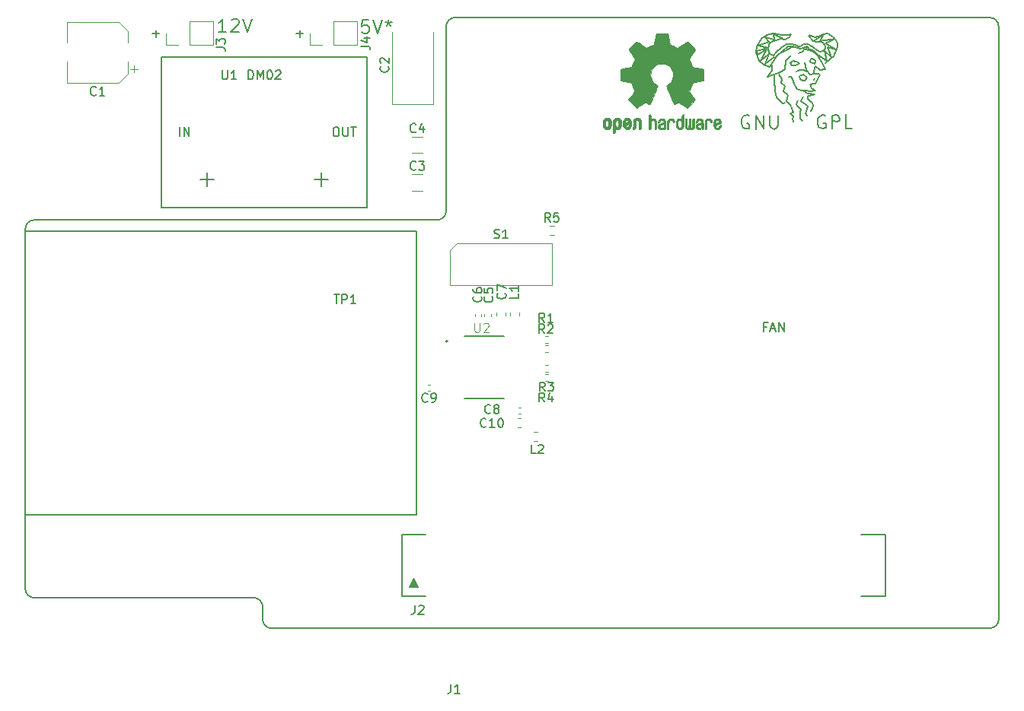
<source format=gto>
%TF.GenerationSoftware,KiCad,Pcbnew,(5.1.9)-1*%
%TF.CreationDate,2021-05-23T18:13:41+08:00*%
%TF.ProjectId,V1,56312e6b-6963-4616-945f-706362585858,rev?*%
%TF.SameCoordinates,Original*%
%TF.FileFunction,Legend,Top*%
%TF.FilePolarity,Positive*%
%FSLAX46Y46*%
G04 Gerber Fmt 4.6, Leading zero omitted, Abs format (unit mm)*
G04 Created by KiCad (PCBNEW (5.1.9)-1) date 2021-05-23 18:13:41*
%MOMM*%
%LPD*%
G01*
G04 APERTURE LIST*
%ADD10C,0.200000*%
%ADD11C,0.150000*%
%ADD12C,0.120000*%
%ADD13C,0.127000*%
%ADD14C,0.152400*%
%ADD15C,0.100000*%
%ADD16C,0.010000*%
%ADD17C,0.015000*%
G04 APERTURE END LIST*
D10*
X121919952Y-54046428D02*
X121158047Y-54046428D01*
X121539000Y-54427380D02*
X121539000Y-53665476D01*
X105917952Y-54046428D02*
X105156047Y-54046428D01*
X105537000Y-54427380D02*
X105537000Y-53665476D01*
D11*
X129190857Y-52518571D02*
X128476571Y-52518571D01*
X128405142Y-53232857D01*
X128476571Y-53161428D01*
X128619428Y-53090000D01*
X128976571Y-53090000D01*
X129119428Y-53161428D01*
X129190857Y-53232857D01*
X129262285Y-53375714D01*
X129262285Y-53732857D01*
X129190857Y-53875714D01*
X129119428Y-53947142D01*
X128976571Y-54018571D01*
X128619428Y-54018571D01*
X128476571Y-53947142D01*
X128405142Y-53875714D01*
X129690857Y-52518571D02*
X130190857Y-54018571D01*
X130690857Y-52518571D01*
X131405142Y-52518571D02*
X131405142Y-52875714D01*
X131048000Y-52732857D02*
X131405142Y-52875714D01*
X131762285Y-52732857D01*
X131190857Y-53161428D02*
X131405142Y-52875714D01*
X131619428Y-53161428D01*
X113371428Y-53891571D02*
X112514285Y-53891571D01*
X112942857Y-53891571D02*
X112942857Y-52391571D01*
X112800000Y-52605857D01*
X112657142Y-52748714D01*
X112514285Y-52820142D01*
X113942857Y-52534428D02*
X114014285Y-52463000D01*
X114157142Y-52391571D01*
X114514285Y-52391571D01*
X114657142Y-52463000D01*
X114728571Y-52534428D01*
X114800000Y-52677285D01*
X114800000Y-52820142D01*
X114728571Y-53034428D01*
X113871428Y-53891571D01*
X114800000Y-53891571D01*
X115228571Y-52391571D02*
X115728571Y-53891571D01*
X116228571Y-52391571D01*
D12*
X149295276Y-76497500D02*
X149804724Y-76497500D01*
X149295276Y-75452500D02*
X149804724Y-75452500D01*
D13*
X139850000Y-94650000D02*
X144250000Y-94650000D01*
X139850000Y-87750000D02*
X144250000Y-87750000D01*
D10*
X137960000Y-88275000D02*
G75*
G03*
X137960000Y-88275000I-100000J0D01*
G01*
D12*
X138200000Y-82020000D02*
X138200000Y-78180000D01*
X149600000Y-82020000D02*
X138200000Y-82020000D01*
X149600000Y-77380000D02*
X149600000Y-82020000D01*
X139000000Y-77380000D02*
X149600000Y-77380000D01*
X138200000Y-78180000D02*
X139000000Y-77380000D01*
X149117621Y-91970000D02*
X148782379Y-91970000D01*
X149117621Y-92730000D02*
X148782379Y-92730000D01*
X149117621Y-90970000D02*
X148782379Y-90970000D01*
X149117621Y-91730000D02*
X148782379Y-91730000D01*
X149117621Y-88720000D02*
X148782379Y-88720000D01*
X149117621Y-89480000D02*
X148782379Y-89480000D01*
X149117621Y-87720000D02*
X148782379Y-87720000D01*
X149117621Y-88480000D02*
X148782379Y-88480000D01*
X147578733Y-99410000D02*
X147921267Y-99410000D01*
X147578733Y-98390000D02*
X147921267Y-98390000D01*
X145910000Y-85446267D02*
X145910000Y-85103733D01*
X144890000Y-85446267D02*
X144890000Y-85103733D01*
X146096267Y-96865000D02*
X145803733Y-96865000D01*
X146096267Y-97885000D02*
X145803733Y-97885000D01*
X136015835Y-93115000D02*
X135784165Y-93115000D01*
X136015835Y-93835000D02*
X135784165Y-93835000D01*
X146115835Y-95665000D02*
X145884165Y-95665000D01*
X146115835Y-96385000D02*
X145884165Y-96385000D01*
X144385000Y-85396267D02*
X144385000Y-85103733D01*
X143365000Y-85396267D02*
X143365000Y-85103733D01*
X141735000Y-85490835D02*
X141735000Y-85259165D01*
X141015000Y-85490835D02*
X141015000Y-85259165D01*
X142785000Y-85490835D02*
X142785000Y-85259165D01*
X142065000Y-85490835D02*
X142065000Y-85259165D01*
D14*
X186650000Y-116650000D02*
X183950000Y-116650000D01*
X132850000Y-116650000D02*
X132850000Y-109850000D01*
D15*
G36*
X134650000Y-115650000D02*
G01*
X133650000Y-115650000D01*
X134150000Y-114650000D01*
X134650000Y-115650000D01*
G37*
X134650000Y-115650000D02*
X133650000Y-115650000D01*
X134150000Y-114650000D01*
X134650000Y-115650000D01*
D14*
X183950000Y-109850000D02*
X186650000Y-109850000D01*
X186650000Y-109850000D02*
X186650000Y-116650000D01*
X135550000Y-116650000D02*
X132850000Y-116650000D01*
X132850000Y-109850000D02*
X135550000Y-109850000D01*
D10*
X91000000Y-76079999D02*
X91000000Y-75799999D01*
X136800000Y-74799999D02*
X92000000Y-74799999D01*
X134525000Y-107579999D02*
X134525000Y-76079999D01*
X137800000Y-53249999D02*
X137800000Y-73799999D01*
X92000000Y-116849999D02*
X116400000Y-116849999D01*
X198250000Y-52249999D02*
X138800000Y-52249999D01*
X118400000Y-120249999D02*
X198250000Y-120249999D01*
X117400000Y-119249999D02*
X117400000Y-117849999D01*
X91000000Y-107579999D02*
X134525000Y-107579999D01*
X134525000Y-76079999D02*
X91000000Y-76079999D01*
X199250000Y-119249999D02*
X199250000Y-53249999D01*
X91000000Y-107854999D02*
X91000000Y-107579999D01*
X91000000Y-76079999D02*
X91000000Y-115849999D01*
X198250000Y-120249999D02*
G75*
G03*
X199250000Y-119249999I0J1000000D01*
G01*
X117400000Y-117849999D02*
G75*
G03*
X116400000Y-116849999I-1000000J0D01*
G01*
X117400000Y-119249999D02*
G75*
G03*
X118400000Y-120249999I1000000J0D01*
G01*
X92000000Y-116849999D02*
G75*
G02*
X91000000Y-115849999I0J1000000D01*
G01*
X137800000Y-53249999D02*
G75*
G02*
X138800000Y-52249999I1000000J0D01*
G01*
X136800000Y-74799999D02*
G75*
G03*
X137800000Y-73799999I0J1000000D01*
G01*
X199250000Y-53249999D02*
G75*
G03*
X198250000Y-52249999I-1000000J0D01*
G01*
X91000000Y-75799999D02*
G75*
G02*
X92000000Y-74799999I1000000J0D01*
G01*
D16*
G36*
X162007014Y-54015998D02*
G01*
X162165006Y-54016863D01*
X162279347Y-54019205D01*
X162357407Y-54023762D01*
X162406554Y-54031270D01*
X162434159Y-54042466D01*
X162447592Y-54058088D01*
X162454221Y-54078873D01*
X162454865Y-54081563D01*
X162464935Y-54130113D01*
X162483575Y-54225905D01*
X162508845Y-54358743D01*
X162538807Y-54518431D01*
X162571522Y-54694774D01*
X162572664Y-54700967D01*
X162605433Y-54873782D01*
X162636093Y-55026469D01*
X162662664Y-55149871D01*
X162683167Y-55234831D01*
X162695626Y-55272190D01*
X162696220Y-55272852D01*
X162732919Y-55291095D01*
X162808586Y-55321497D01*
X162906878Y-55357493D01*
X162907425Y-55357685D01*
X163031233Y-55404222D01*
X163177196Y-55463504D01*
X163314781Y-55523109D01*
X163321293Y-55526056D01*
X163545390Y-55627765D01*
X164041619Y-55288897D01*
X164193846Y-55185592D01*
X164331741Y-55093237D01*
X164447315Y-55017084D01*
X164532579Y-54962385D01*
X164579544Y-54934393D01*
X164584004Y-54932317D01*
X164618134Y-54941560D01*
X164681881Y-54986156D01*
X164777731Y-55068209D01*
X164908169Y-55189821D01*
X165041328Y-55319205D01*
X165169694Y-55446702D01*
X165284581Y-55563046D01*
X165379073Y-55661052D01*
X165446253Y-55733536D01*
X165479206Y-55773313D01*
X165480432Y-55775361D01*
X165484074Y-55802656D01*
X165470350Y-55847234D01*
X165435869Y-55915112D01*
X165377239Y-56012311D01*
X165291070Y-56144851D01*
X165176200Y-56315476D01*
X165074254Y-56465655D01*
X164983123Y-56600350D01*
X164908073Y-56711740D01*
X164854369Y-56792005D01*
X164827280Y-56833325D01*
X164825574Y-56836130D01*
X164828882Y-56875721D01*
X164853953Y-56952669D01*
X164895798Y-57052432D01*
X164910712Y-57084291D01*
X164975786Y-57226226D01*
X165045212Y-57387273D01*
X165101609Y-57526621D01*
X165142247Y-57630044D01*
X165174526Y-57708642D01*
X165193178Y-57749720D01*
X165195497Y-57752885D01*
X165229803Y-57758128D01*
X165310669Y-57772494D01*
X165427343Y-57793937D01*
X165569075Y-57820413D01*
X165725110Y-57849877D01*
X165884698Y-57880283D01*
X166037085Y-57909588D01*
X166171521Y-57935745D01*
X166277252Y-57956710D01*
X166343526Y-57970439D01*
X166359782Y-57974320D01*
X166376573Y-57983900D01*
X166389249Y-58005536D01*
X166398378Y-58046531D01*
X166404531Y-58114189D01*
X166408280Y-58215812D01*
X166410192Y-58358703D01*
X166410840Y-58550165D01*
X166410874Y-58628645D01*
X166410874Y-59266906D01*
X166257598Y-59297160D01*
X166172322Y-59313564D01*
X166045070Y-59337509D01*
X165891315Y-59366107D01*
X165726534Y-59396467D01*
X165680989Y-59404806D01*
X165528932Y-59434370D01*
X165396468Y-59463442D01*
X165294714Y-59489329D01*
X165234788Y-59509337D01*
X165224805Y-59515301D01*
X165200293Y-59557534D01*
X165165148Y-59639370D01*
X165126173Y-59744683D01*
X165118442Y-59767368D01*
X165067360Y-59908018D01*
X165003954Y-60066714D01*
X164941904Y-60209225D01*
X164941598Y-60209886D01*
X164838267Y-60433440D01*
X165517961Y-61433232D01*
X165081621Y-61870300D01*
X164949649Y-62000381D01*
X164829279Y-62115048D01*
X164727273Y-62208181D01*
X164650391Y-62273658D01*
X164605393Y-62305357D01*
X164598938Y-62307368D01*
X164561040Y-62291529D01*
X164483708Y-62247496D01*
X164375389Y-62180490D01*
X164244532Y-62095734D01*
X164103052Y-62000816D01*
X163959461Y-61903998D01*
X163831435Y-61819751D01*
X163727105Y-61753258D01*
X163654600Y-61709702D01*
X163622158Y-61694264D01*
X163582576Y-61707328D01*
X163507519Y-61741750D01*
X163412468Y-61790380D01*
X163402392Y-61795785D01*
X163274391Y-61859980D01*
X163186618Y-61891463D01*
X163132028Y-61891798D01*
X163103575Y-61862548D01*
X163103410Y-61862138D01*
X163089188Y-61827498D01*
X163055269Y-61745269D01*
X163004284Y-61621814D01*
X162938862Y-61463498D01*
X162861634Y-61276686D01*
X162775229Y-61067742D01*
X162691551Y-60865446D01*
X162599588Y-60642200D01*
X162515150Y-60435392D01*
X162440769Y-60251362D01*
X162378974Y-60096451D01*
X162332297Y-59976996D01*
X162303268Y-59899339D01*
X162294322Y-59870356D01*
X162316756Y-59837110D01*
X162375439Y-59784123D01*
X162453689Y-59725704D01*
X162676534Y-59540952D01*
X162850718Y-59329182D01*
X162974154Y-59094856D01*
X163044754Y-58842434D01*
X163060431Y-58576377D01*
X163049036Y-58453575D01*
X162986950Y-58198793D01*
X162880023Y-57973801D01*
X162734889Y-57780817D01*
X162558178Y-57622061D01*
X162356522Y-57499750D01*
X162136554Y-57416105D01*
X161904906Y-57373344D01*
X161668209Y-57373687D01*
X161433095Y-57419352D01*
X161206196Y-57512559D01*
X160994144Y-57655527D01*
X160905636Y-57736383D01*
X160735889Y-57944007D01*
X160617699Y-58170895D01*
X160550278Y-58410433D01*
X160532840Y-58656007D01*
X160564598Y-58901003D01*
X160644765Y-59138808D01*
X160772555Y-59362807D01*
X160947180Y-59566387D01*
X161142312Y-59725704D01*
X161223591Y-59786602D01*
X161281009Y-59839015D01*
X161301678Y-59870406D01*
X161290856Y-59904639D01*
X161260077Y-59986419D01*
X161211874Y-60109407D01*
X161148778Y-60267263D01*
X161073322Y-60453649D01*
X160988038Y-60662226D01*
X160904219Y-60865496D01*
X160811745Y-61088933D01*
X160726089Y-61295984D01*
X160649882Y-61480286D01*
X160585753Y-61635475D01*
X160536332Y-61755188D01*
X160504248Y-61833061D01*
X160492359Y-61862138D01*
X160464274Y-61891677D01*
X160409949Y-61891591D01*
X160322395Y-61860326D01*
X160194619Y-61796329D01*
X160193608Y-61795785D01*
X160097402Y-61746121D01*
X160019631Y-61709945D01*
X159975777Y-61694408D01*
X159973842Y-61694264D01*
X159940829Y-61710024D01*
X159867946Y-61753850D01*
X159763322Y-61820557D01*
X159635090Y-61904964D01*
X159492948Y-62000816D01*
X159348233Y-62097867D01*
X159217804Y-62182270D01*
X159110110Y-62248801D01*
X159033598Y-62292238D01*
X158997062Y-62307368D01*
X158963418Y-62287482D01*
X158895776Y-62231903D01*
X158800893Y-62146754D01*
X158685530Y-62038153D01*
X158556445Y-61912221D01*
X158514229Y-61870149D01*
X158077739Y-61432931D01*
X158409977Y-60945340D01*
X158510946Y-60795605D01*
X158599562Y-60661220D01*
X158670854Y-60549969D01*
X158719850Y-60469639D01*
X158741578Y-60428014D01*
X158742215Y-60425053D01*
X158730760Y-60385818D01*
X158699949Y-60306895D01*
X158655116Y-60201509D01*
X158623647Y-60130954D01*
X158564808Y-59995876D01*
X158509396Y-59859409D01*
X158466436Y-59744103D01*
X158454766Y-59708977D01*
X158421611Y-59615174D01*
X158389201Y-59542694D01*
X158371399Y-59515301D01*
X158332114Y-59498536D01*
X158246374Y-59474770D01*
X158125303Y-59446697D01*
X157980027Y-59417009D01*
X157915012Y-59404806D01*
X157749913Y-59374468D01*
X157591552Y-59345093D01*
X157455404Y-59319569D01*
X157356943Y-59300785D01*
X157338402Y-59297160D01*
X157185127Y-59266906D01*
X157185127Y-58628645D01*
X157185471Y-58418770D01*
X157186884Y-58259980D01*
X157189936Y-58144973D01*
X157195197Y-58066446D01*
X157203237Y-58017096D01*
X157214627Y-57989619D01*
X157229937Y-57976713D01*
X157236218Y-57974320D01*
X157274104Y-57965833D01*
X157357805Y-57948900D01*
X157476567Y-57925566D01*
X157619639Y-57897875D01*
X157776268Y-57867873D01*
X157935703Y-57837604D01*
X158087191Y-57809115D01*
X158219981Y-57784449D01*
X158323319Y-57765651D01*
X158386455Y-57754767D01*
X158400503Y-57752885D01*
X158413230Y-57727704D01*
X158441400Y-57660622D01*
X158479748Y-57564333D01*
X158494391Y-57526621D01*
X158553452Y-57380921D01*
X158623000Y-57219951D01*
X158685288Y-57084291D01*
X158731121Y-56980561D01*
X158761613Y-56895326D01*
X158771792Y-56843126D01*
X158770169Y-56836130D01*
X158748657Y-56803102D01*
X158699535Y-56729643D01*
X158628077Y-56623577D01*
X158539555Y-56492726D01*
X158439241Y-56344912D01*
X158419406Y-56315734D01*
X158303012Y-56142863D01*
X158217452Y-56011226D01*
X158159316Y-55914761D01*
X158125192Y-55847408D01*
X158111669Y-55803106D01*
X158115336Y-55775794D01*
X158115430Y-55775620D01*
X158144293Y-55739746D01*
X158208133Y-55670391D01*
X158300031Y-55574745D01*
X158413067Y-55459999D01*
X158540321Y-55333341D01*
X158554672Y-55319205D01*
X158715043Y-55163903D01*
X158838805Y-55049870D01*
X158928445Y-54975002D01*
X158986448Y-54937196D01*
X159011996Y-54932317D01*
X159049282Y-54953603D01*
X159126657Y-55002773D01*
X159236133Y-55074575D01*
X159369720Y-55163755D01*
X159519430Y-55265063D01*
X159554382Y-55288897D01*
X160050610Y-55627765D01*
X160274707Y-55526056D01*
X160410989Y-55466783D01*
X160557276Y-55407170D01*
X160683035Y-55359640D01*
X160688575Y-55357685D01*
X160786943Y-55321677D01*
X160862771Y-55291229D01*
X160899718Y-55272905D01*
X160899780Y-55272852D01*
X160911504Y-55239729D01*
X160931432Y-55158267D01*
X160957587Y-55037625D01*
X160987990Y-54886959D01*
X161020663Y-54715428D01*
X161023336Y-54700967D01*
X161056110Y-54524235D01*
X161086198Y-54363810D01*
X161111661Y-54229888D01*
X161130559Y-54132663D01*
X161140953Y-54082332D01*
X161141135Y-54081563D01*
X161147461Y-54060153D01*
X161159761Y-54043988D01*
X161185406Y-54032331D01*
X161231765Y-54024445D01*
X161306208Y-54019593D01*
X161416105Y-54017039D01*
X161568825Y-54016045D01*
X161771738Y-54015874D01*
X161798000Y-54015874D01*
X162007014Y-54015998D01*
G37*
X162007014Y-54015998D02*
X162165006Y-54016863D01*
X162279347Y-54019205D01*
X162357407Y-54023762D01*
X162406554Y-54031270D01*
X162434159Y-54042466D01*
X162447592Y-54058088D01*
X162454221Y-54078873D01*
X162454865Y-54081563D01*
X162464935Y-54130113D01*
X162483575Y-54225905D01*
X162508845Y-54358743D01*
X162538807Y-54518431D01*
X162571522Y-54694774D01*
X162572664Y-54700967D01*
X162605433Y-54873782D01*
X162636093Y-55026469D01*
X162662664Y-55149871D01*
X162683167Y-55234831D01*
X162695626Y-55272190D01*
X162696220Y-55272852D01*
X162732919Y-55291095D01*
X162808586Y-55321497D01*
X162906878Y-55357493D01*
X162907425Y-55357685D01*
X163031233Y-55404222D01*
X163177196Y-55463504D01*
X163314781Y-55523109D01*
X163321293Y-55526056D01*
X163545390Y-55627765D01*
X164041619Y-55288897D01*
X164193846Y-55185592D01*
X164331741Y-55093237D01*
X164447315Y-55017084D01*
X164532579Y-54962385D01*
X164579544Y-54934393D01*
X164584004Y-54932317D01*
X164618134Y-54941560D01*
X164681881Y-54986156D01*
X164777731Y-55068209D01*
X164908169Y-55189821D01*
X165041328Y-55319205D01*
X165169694Y-55446702D01*
X165284581Y-55563046D01*
X165379073Y-55661052D01*
X165446253Y-55733536D01*
X165479206Y-55773313D01*
X165480432Y-55775361D01*
X165484074Y-55802656D01*
X165470350Y-55847234D01*
X165435869Y-55915112D01*
X165377239Y-56012311D01*
X165291070Y-56144851D01*
X165176200Y-56315476D01*
X165074254Y-56465655D01*
X164983123Y-56600350D01*
X164908073Y-56711740D01*
X164854369Y-56792005D01*
X164827280Y-56833325D01*
X164825574Y-56836130D01*
X164828882Y-56875721D01*
X164853953Y-56952669D01*
X164895798Y-57052432D01*
X164910712Y-57084291D01*
X164975786Y-57226226D01*
X165045212Y-57387273D01*
X165101609Y-57526621D01*
X165142247Y-57630044D01*
X165174526Y-57708642D01*
X165193178Y-57749720D01*
X165195497Y-57752885D01*
X165229803Y-57758128D01*
X165310669Y-57772494D01*
X165427343Y-57793937D01*
X165569075Y-57820413D01*
X165725110Y-57849877D01*
X165884698Y-57880283D01*
X166037085Y-57909588D01*
X166171521Y-57935745D01*
X166277252Y-57956710D01*
X166343526Y-57970439D01*
X166359782Y-57974320D01*
X166376573Y-57983900D01*
X166389249Y-58005536D01*
X166398378Y-58046531D01*
X166404531Y-58114189D01*
X166408280Y-58215812D01*
X166410192Y-58358703D01*
X166410840Y-58550165D01*
X166410874Y-58628645D01*
X166410874Y-59266906D01*
X166257598Y-59297160D01*
X166172322Y-59313564D01*
X166045070Y-59337509D01*
X165891315Y-59366107D01*
X165726534Y-59396467D01*
X165680989Y-59404806D01*
X165528932Y-59434370D01*
X165396468Y-59463442D01*
X165294714Y-59489329D01*
X165234788Y-59509337D01*
X165224805Y-59515301D01*
X165200293Y-59557534D01*
X165165148Y-59639370D01*
X165126173Y-59744683D01*
X165118442Y-59767368D01*
X165067360Y-59908018D01*
X165003954Y-60066714D01*
X164941904Y-60209225D01*
X164941598Y-60209886D01*
X164838267Y-60433440D01*
X165517961Y-61433232D01*
X165081621Y-61870300D01*
X164949649Y-62000381D01*
X164829279Y-62115048D01*
X164727273Y-62208181D01*
X164650391Y-62273658D01*
X164605393Y-62305357D01*
X164598938Y-62307368D01*
X164561040Y-62291529D01*
X164483708Y-62247496D01*
X164375389Y-62180490D01*
X164244532Y-62095734D01*
X164103052Y-62000816D01*
X163959461Y-61903998D01*
X163831435Y-61819751D01*
X163727105Y-61753258D01*
X163654600Y-61709702D01*
X163622158Y-61694264D01*
X163582576Y-61707328D01*
X163507519Y-61741750D01*
X163412468Y-61790380D01*
X163402392Y-61795785D01*
X163274391Y-61859980D01*
X163186618Y-61891463D01*
X163132028Y-61891798D01*
X163103575Y-61862548D01*
X163103410Y-61862138D01*
X163089188Y-61827498D01*
X163055269Y-61745269D01*
X163004284Y-61621814D01*
X162938862Y-61463498D01*
X162861634Y-61276686D01*
X162775229Y-61067742D01*
X162691551Y-60865446D01*
X162599588Y-60642200D01*
X162515150Y-60435392D01*
X162440769Y-60251362D01*
X162378974Y-60096451D01*
X162332297Y-59976996D01*
X162303268Y-59899339D01*
X162294322Y-59870356D01*
X162316756Y-59837110D01*
X162375439Y-59784123D01*
X162453689Y-59725704D01*
X162676534Y-59540952D01*
X162850718Y-59329182D01*
X162974154Y-59094856D01*
X163044754Y-58842434D01*
X163060431Y-58576377D01*
X163049036Y-58453575D01*
X162986950Y-58198793D01*
X162880023Y-57973801D01*
X162734889Y-57780817D01*
X162558178Y-57622061D01*
X162356522Y-57499750D01*
X162136554Y-57416105D01*
X161904906Y-57373344D01*
X161668209Y-57373687D01*
X161433095Y-57419352D01*
X161206196Y-57512559D01*
X160994144Y-57655527D01*
X160905636Y-57736383D01*
X160735889Y-57944007D01*
X160617699Y-58170895D01*
X160550278Y-58410433D01*
X160532840Y-58656007D01*
X160564598Y-58901003D01*
X160644765Y-59138808D01*
X160772555Y-59362807D01*
X160947180Y-59566387D01*
X161142312Y-59725704D01*
X161223591Y-59786602D01*
X161281009Y-59839015D01*
X161301678Y-59870406D01*
X161290856Y-59904639D01*
X161260077Y-59986419D01*
X161211874Y-60109407D01*
X161148778Y-60267263D01*
X161073322Y-60453649D01*
X160988038Y-60662226D01*
X160904219Y-60865496D01*
X160811745Y-61088933D01*
X160726089Y-61295984D01*
X160649882Y-61480286D01*
X160585753Y-61635475D01*
X160536332Y-61755188D01*
X160504248Y-61833061D01*
X160492359Y-61862138D01*
X160464274Y-61891677D01*
X160409949Y-61891591D01*
X160322395Y-61860326D01*
X160194619Y-61796329D01*
X160193608Y-61795785D01*
X160097402Y-61746121D01*
X160019631Y-61709945D01*
X159975777Y-61694408D01*
X159973842Y-61694264D01*
X159940829Y-61710024D01*
X159867946Y-61753850D01*
X159763322Y-61820557D01*
X159635090Y-61904964D01*
X159492948Y-62000816D01*
X159348233Y-62097867D01*
X159217804Y-62182270D01*
X159110110Y-62248801D01*
X159033598Y-62292238D01*
X158997062Y-62307368D01*
X158963418Y-62287482D01*
X158895776Y-62231903D01*
X158800893Y-62146754D01*
X158685530Y-62038153D01*
X158556445Y-61912221D01*
X158514229Y-61870149D01*
X158077739Y-61432931D01*
X158409977Y-60945340D01*
X158510946Y-60795605D01*
X158599562Y-60661220D01*
X158670854Y-60549969D01*
X158719850Y-60469639D01*
X158741578Y-60428014D01*
X158742215Y-60425053D01*
X158730760Y-60385818D01*
X158699949Y-60306895D01*
X158655116Y-60201509D01*
X158623647Y-60130954D01*
X158564808Y-59995876D01*
X158509396Y-59859409D01*
X158466436Y-59744103D01*
X158454766Y-59708977D01*
X158421611Y-59615174D01*
X158389201Y-59542694D01*
X158371399Y-59515301D01*
X158332114Y-59498536D01*
X158246374Y-59474770D01*
X158125303Y-59446697D01*
X157980027Y-59417009D01*
X157915012Y-59404806D01*
X157749913Y-59374468D01*
X157591552Y-59345093D01*
X157455404Y-59319569D01*
X157356943Y-59300785D01*
X157338402Y-59297160D01*
X157185127Y-59266906D01*
X157185127Y-58628645D01*
X157185471Y-58418770D01*
X157186884Y-58259980D01*
X157189936Y-58144973D01*
X157195197Y-58066446D01*
X157203237Y-58017096D01*
X157214627Y-57989619D01*
X157229937Y-57976713D01*
X157236218Y-57974320D01*
X157274104Y-57965833D01*
X157357805Y-57948900D01*
X157476567Y-57925566D01*
X157619639Y-57897875D01*
X157776268Y-57867873D01*
X157935703Y-57837604D01*
X158087191Y-57809115D01*
X158219981Y-57784449D01*
X158323319Y-57765651D01*
X158386455Y-57754767D01*
X158400503Y-57752885D01*
X158413230Y-57727704D01*
X158441400Y-57660622D01*
X158479748Y-57564333D01*
X158494391Y-57526621D01*
X158553452Y-57380921D01*
X158623000Y-57219951D01*
X158685288Y-57084291D01*
X158731121Y-56980561D01*
X158761613Y-56895326D01*
X158771792Y-56843126D01*
X158770169Y-56836130D01*
X158748657Y-56803102D01*
X158699535Y-56729643D01*
X158628077Y-56623577D01*
X158539555Y-56492726D01*
X158439241Y-56344912D01*
X158419406Y-56315734D01*
X158303012Y-56142863D01*
X158217452Y-56011226D01*
X158159316Y-55914761D01*
X158125192Y-55847408D01*
X158111669Y-55803106D01*
X158115336Y-55775794D01*
X158115430Y-55775620D01*
X158144293Y-55739746D01*
X158208133Y-55670391D01*
X158300031Y-55574745D01*
X158413067Y-55459999D01*
X158540321Y-55333341D01*
X158554672Y-55319205D01*
X158715043Y-55163903D01*
X158838805Y-55049870D01*
X158928445Y-54975002D01*
X158986448Y-54937196D01*
X159011996Y-54932317D01*
X159049282Y-54953603D01*
X159126657Y-55002773D01*
X159236133Y-55074575D01*
X159369720Y-55163755D01*
X159519430Y-55265063D01*
X159554382Y-55288897D01*
X160050610Y-55627765D01*
X160274707Y-55526056D01*
X160410989Y-55466783D01*
X160557276Y-55407170D01*
X160683035Y-55359640D01*
X160688575Y-55357685D01*
X160786943Y-55321677D01*
X160862771Y-55291229D01*
X160899718Y-55272905D01*
X160899780Y-55272852D01*
X160911504Y-55239729D01*
X160931432Y-55158267D01*
X160957587Y-55037625D01*
X160987990Y-54886959D01*
X161020663Y-54715428D01*
X161023336Y-54700967D01*
X161056110Y-54524235D01*
X161086198Y-54363810D01*
X161111661Y-54229888D01*
X161130559Y-54132663D01*
X161140953Y-54082332D01*
X161141135Y-54081563D01*
X161147461Y-54060153D01*
X161159761Y-54043988D01*
X161185406Y-54032331D01*
X161231765Y-54024445D01*
X161306208Y-54019593D01*
X161416105Y-54017039D01*
X161568825Y-54016045D01*
X161771738Y-54015874D01*
X161798000Y-54015874D01*
X162007014Y-54015998D01*
G36*
X168141439Y-63519540D02*
G01*
X168256950Y-63595034D01*
X168312664Y-63662617D01*
X168356804Y-63785255D01*
X168360309Y-63882298D01*
X168352368Y-64012056D01*
X168053115Y-64143039D01*
X167907611Y-64209958D01*
X167812537Y-64263790D01*
X167763101Y-64310416D01*
X167754511Y-64355720D01*
X167781972Y-64405582D01*
X167812253Y-64438632D01*
X167900363Y-64491633D01*
X167996196Y-64495347D01*
X168084212Y-64454041D01*
X168148869Y-64371983D01*
X168160433Y-64343008D01*
X168215825Y-64252509D01*
X168279553Y-64213940D01*
X168366966Y-64180946D01*
X168366966Y-64306034D01*
X168359238Y-64391156D01*
X168328966Y-64462938D01*
X168265518Y-64545356D01*
X168256088Y-64556066D01*
X168185513Y-64629391D01*
X168124847Y-64668742D01*
X168048950Y-64686845D01*
X167986030Y-64692774D01*
X167873487Y-64694251D01*
X167793370Y-64675535D01*
X167743390Y-64647747D01*
X167664838Y-64586641D01*
X167610463Y-64520554D01*
X167576052Y-64437441D01*
X167557388Y-64325254D01*
X167550256Y-64171946D01*
X167549687Y-64094136D01*
X167551622Y-64000853D01*
X167727899Y-64000853D01*
X167729944Y-64050896D01*
X167735039Y-64059092D01*
X167768666Y-64047958D01*
X167841030Y-64018493D01*
X167937747Y-63976601D01*
X167957973Y-63967597D01*
X168080203Y-63905442D01*
X168147547Y-63850815D01*
X168162348Y-63799649D01*
X168126947Y-63747876D01*
X168097711Y-63725000D01*
X167992216Y-63679250D01*
X167893476Y-63686808D01*
X167810812Y-63742651D01*
X167753548Y-63841753D01*
X167735188Y-63920414D01*
X167727899Y-64000853D01*
X167551622Y-64000853D01*
X167553459Y-63912351D01*
X167567359Y-63777853D01*
X167594894Y-63679916D01*
X167639572Y-63607811D01*
X167704901Y-63550813D01*
X167733383Y-63532393D01*
X167862763Y-63484422D01*
X168004412Y-63481403D01*
X168141439Y-63519540D01*
G37*
X168141439Y-63519540D02*
X168256950Y-63595034D01*
X168312664Y-63662617D01*
X168356804Y-63785255D01*
X168360309Y-63882298D01*
X168352368Y-64012056D01*
X168053115Y-64143039D01*
X167907611Y-64209958D01*
X167812537Y-64263790D01*
X167763101Y-64310416D01*
X167754511Y-64355720D01*
X167781972Y-64405582D01*
X167812253Y-64438632D01*
X167900363Y-64491633D01*
X167996196Y-64495347D01*
X168084212Y-64454041D01*
X168148869Y-64371983D01*
X168160433Y-64343008D01*
X168215825Y-64252509D01*
X168279553Y-64213940D01*
X168366966Y-64180946D01*
X168366966Y-64306034D01*
X168359238Y-64391156D01*
X168328966Y-64462938D01*
X168265518Y-64545356D01*
X168256088Y-64556066D01*
X168185513Y-64629391D01*
X168124847Y-64668742D01*
X168048950Y-64686845D01*
X167986030Y-64692774D01*
X167873487Y-64694251D01*
X167793370Y-64675535D01*
X167743390Y-64647747D01*
X167664838Y-64586641D01*
X167610463Y-64520554D01*
X167576052Y-64437441D01*
X167557388Y-64325254D01*
X167550256Y-64171946D01*
X167549687Y-64094136D01*
X167551622Y-64000853D01*
X167727899Y-64000853D01*
X167729944Y-64050896D01*
X167735039Y-64059092D01*
X167768666Y-64047958D01*
X167841030Y-64018493D01*
X167937747Y-63976601D01*
X167957973Y-63967597D01*
X168080203Y-63905442D01*
X168147547Y-63850815D01*
X168162348Y-63799649D01*
X168126947Y-63747876D01*
X168097711Y-63725000D01*
X167992216Y-63679250D01*
X167893476Y-63686808D01*
X167810812Y-63742651D01*
X167753548Y-63841753D01*
X167735188Y-63920414D01*
X167727899Y-64000853D01*
X167551622Y-64000853D01*
X167553459Y-63912351D01*
X167567359Y-63777853D01*
X167594894Y-63679916D01*
X167639572Y-63607811D01*
X167704901Y-63550813D01*
X167733383Y-63532393D01*
X167862763Y-63484422D01*
X168004412Y-63481403D01*
X168141439Y-63519540D01*
G36*
X167133690Y-63503018D02*
G01*
X167168585Y-63518269D01*
X167251877Y-63584235D01*
X167323103Y-63679618D01*
X167367153Y-63781406D01*
X167374322Y-63831587D01*
X167350285Y-63901647D01*
X167297561Y-63938717D01*
X167241031Y-63961164D01*
X167215146Y-63965300D01*
X167202542Y-63935283D01*
X167177654Y-63869961D01*
X167166735Y-63840445D01*
X167105508Y-63738348D01*
X167016861Y-63687423D01*
X166903193Y-63688989D01*
X166894774Y-63690994D01*
X166834088Y-63719767D01*
X166789474Y-63775859D01*
X166759002Y-63866163D01*
X166740744Y-63997571D01*
X166732771Y-64176974D01*
X166732023Y-64272433D01*
X166731652Y-64422913D01*
X166729223Y-64525495D01*
X166722760Y-64590672D01*
X166710288Y-64628938D01*
X166689833Y-64650785D01*
X166659419Y-64666707D01*
X166657661Y-64667509D01*
X166599091Y-64692272D01*
X166570075Y-64701391D01*
X166565616Y-64673822D01*
X166561799Y-64597620D01*
X166558899Y-64482541D01*
X166557191Y-64338341D01*
X166556851Y-64232814D01*
X166558588Y-64028613D01*
X166565382Y-63873697D01*
X166579607Y-63759024D01*
X166603638Y-63675551D01*
X166639848Y-63614236D01*
X166690612Y-63566034D01*
X166740739Y-63532393D01*
X166861275Y-63487619D01*
X167001557Y-63477521D01*
X167133690Y-63503018D01*
G37*
X167133690Y-63503018D02*
X167168585Y-63518269D01*
X167251877Y-63584235D01*
X167323103Y-63679618D01*
X167367153Y-63781406D01*
X167374322Y-63831587D01*
X167350285Y-63901647D01*
X167297561Y-63938717D01*
X167241031Y-63961164D01*
X167215146Y-63965300D01*
X167202542Y-63935283D01*
X167177654Y-63869961D01*
X167166735Y-63840445D01*
X167105508Y-63738348D01*
X167016861Y-63687423D01*
X166903193Y-63688989D01*
X166894774Y-63690994D01*
X166834088Y-63719767D01*
X166789474Y-63775859D01*
X166759002Y-63866163D01*
X166740744Y-63997571D01*
X166732771Y-64176974D01*
X166732023Y-64272433D01*
X166731652Y-64422913D01*
X166729223Y-64525495D01*
X166722760Y-64590672D01*
X166710288Y-64628938D01*
X166689833Y-64650785D01*
X166659419Y-64666707D01*
X166657661Y-64667509D01*
X166599091Y-64692272D01*
X166570075Y-64701391D01*
X166565616Y-64673822D01*
X166561799Y-64597620D01*
X166558899Y-64482541D01*
X166557191Y-64338341D01*
X166556851Y-64232814D01*
X166558588Y-64028613D01*
X166565382Y-63873697D01*
X166579607Y-63759024D01*
X166603638Y-63675551D01*
X166639848Y-63614236D01*
X166690612Y-63566034D01*
X166740739Y-63532393D01*
X166861275Y-63487619D01*
X167001557Y-63477521D01*
X167133690Y-63503018D01*
G36*
X166112406Y-63498156D02*
G01*
X166196469Y-63536393D01*
X166262450Y-63582726D01*
X166310794Y-63634532D01*
X166344172Y-63701363D01*
X166365253Y-63792769D01*
X166376707Y-63918301D01*
X166381203Y-64087508D01*
X166381678Y-64198933D01*
X166381678Y-64633627D01*
X166307316Y-64667509D01*
X166248746Y-64692272D01*
X166219730Y-64701391D01*
X166214179Y-64674257D01*
X166209775Y-64601094D01*
X166207078Y-64494263D01*
X166206506Y-64409437D01*
X166204046Y-64286887D01*
X166197412Y-64189668D01*
X166187726Y-64130134D01*
X166180032Y-64117483D01*
X166128311Y-64130402D01*
X166047117Y-64163539D01*
X165953102Y-64208461D01*
X165862917Y-64256735D01*
X165793215Y-64299928D01*
X165760648Y-64329608D01*
X165760519Y-64329929D01*
X165763320Y-64384857D01*
X165788439Y-64437292D01*
X165832541Y-64479881D01*
X165896909Y-64494126D01*
X165951921Y-64492466D01*
X166029835Y-64491245D01*
X166070732Y-64509498D01*
X166095295Y-64557726D01*
X166098392Y-64566820D01*
X166109040Y-64635598D01*
X166080565Y-64677360D01*
X166006344Y-64697263D01*
X165926168Y-64700944D01*
X165781890Y-64673658D01*
X165707203Y-64634690D01*
X165614963Y-64543148D01*
X165566043Y-64430782D01*
X165561654Y-64312051D01*
X165603001Y-64201411D01*
X165665197Y-64132080D01*
X165727294Y-64093265D01*
X165824895Y-64044125D01*
X165938632Y-63994292D01*
X165957590Y-63986677D01*
X166082521Y-63931545D01*
X166154539Y-63882954D01*
X166177700Y-63834647D01*
X166156064Y-63780370D01*
X166118920Y-63737943D01*
X166031127Y-63685702D01*
X165934530Y-63681784D01*
X165845944Y-63722041D01*
X165782186Y-63802326D01*
X165773817Y-63823040D01*
X165725096Y-63899225D01*
X165653965Y-63955785D01*
X165564207Y-64002201D01*
X165564207Y-63870584D01*
X165569490Y-63790168D01*
X165592142Y-63726786D01*
X165642367Y-63659163D01*
X165690582Y-63607076D01*
X165765554Y-63533322D01*
X165823806Y-63493702D01*
X165886372Y-63477810D01*
X165957193Y-63475184D01*
X166112406Y-63498156D01*
G37*
X166112406Y-63498156D02*
X166196469Y-63536393D01*
X166262450Y-63582726D01*
X166310794Y-63634532D01*
X166344172Y-63701363D01*
X166365253Y-63792769D01*
X166376707Y-63918301D01*
X166381203Y-64087508D01*
X166381678Y-64198933D01*
X166381678Y-64633627D01*
X166307316Y-64667509D01*
X166248746Y-64692272D01*
X166219730Y-64701391D01*
X166214179Y-64674257D01*
X166209775Y-64601094D01*
X166207078Y-64494263D01*
X166206506Y-64409437D01*
X166204046Y-64286887D01*
X166197412Y-64189668D01*
X166187726Y-64130134D01*
X166180032Y-64117483D01*
X166128311Y-64130402D01*
X166047117Y-64163539D01*
X165953102Y-64208461D01*
X165862917Y-64256735D01*
X165793215Y-64299928D01*
X165760648Y-64329608D01*
X165760519Y-64329929D01*
X165763320Y-64384857D01*
X165788439Y-64437292D01*
X165832541Y-64479881D01*
X165896909Y-64494126D01*
X165951921Y-64492466D01*
X166029835Y-64491245D01*
X166070732Y-64509498D01*
X166095295Y-64557726D01*
X166098392Y-64566820D01*
X166109040Y-64635598D01*
X166080565Y-64677360D01*
X166006344Y-64697263D01*
X165926168Y-64700944D01*
X165781890Y-64673658D01*
X165707203Y-64634690D01*
X165614963Y-64543148D01*
X165566043Y-64430782D01*
X165561654Y-64312051D01*
X165603001Y-64201411D01*
X165665197Y-64132080D01*
X165727294Y-64093265D01*
X165824895Y-64044125D01*
X165938632Y-63994292D01*
X165957590Y-63986677D01*
X166082521Y-63931545D01*
X166154539Y-63882954D01*
X166177700Y-63834647D01*
X166156064Y-63780370D01*
X166118920Y-63737943D01*
X166031127Y-63685702D01*
X165934530Y-63681784D01*
X165845944Y-63722041D01*
X165782186Y-63802326D01*
X165773817Y-63823040D01*
X165725096Y-63899225D01*
X165653965Y-63955785D01*
X165564207Y-64002201D01*
X165564207Y-63870584D01*
X165569490Y-63790168D01*
X165592142Y-63726786D01*
X165642367Y-63659163D01*
X165690582Y-63607076D01*
X165765554Y-63533322D01*
X165823806Y-63493702D01*
X165886372Y-63477810D01*
X165957193Y-63475184D01*
X166112406Y-63498156D01*
G36*
X165378124Y-63502840D02*
G01*
X165382579Y-63579653D01*
X165386071Y-63696391D01*
X165388315Y-63843821D01*
X165389035Y-63998455D01*
X165389035Y-64521727D01*
X165296645Y-64614117D01*
X165232978Y-64671047D01*
X165177089Y-64694107D01*
X165100702Y-64692647D01*
X165070380Y-64688934D01*
X164975610Y-64678126D01*
X164897222Y-64671933D01*
X164878115Y-64671361D01*
X164813699Y-64675102D01*
X164721571Y-64684494D01*
X164685850Y-64688934D01*
X164598114Y-64695801D01*
X164539153Y-64680885D01*
X164480690Y-64634835D01*
X164459585Y-64614117D01*
X164367195Y-64521727D01*
X164367195Y-63542947D01*
X164441558Y-63509066D01*
X164505590Y-63483970D01*
X164543052Y-63475184D01*
X164552657Y-63502950D01*
X164561635Y-63580530D01*
X164569386Y-63699348D01*
X164575314Y-63850828D01*
X164578173Y-63978805D01*
X164586161Y-64482425D01*
X164655848Y-64492278D01*
X164719229Y-64485389D01*
X164750286Y-64463083D01*
X164758967Y-64421379D01*
X164766378Y-64332544D01*
X164771931Y-64207834D01*
X164775036Y-64058507D01*
X164775484Y-63981661D01*
X164775931Y-63539287D01*
X164867874Y-63507235D01*
X164932949Y-63485443D01*
X164968347Y-63475281D01*
X164969368Y-63475184D01*
X164972920Y-63502809D01*
X164976823Y-63579411D01*
X164980751Y-63695579D01*
X164984376Y-63841904D01*
X164986908Y-63978805D01*
X164994897Y-64482425D01*
X165170069Y-64482425D01*
X165178107Y-64022965D01*
X165186146Y-63563505D01*
X165271543Y-63519344D01*
X165334593Y-63489019D01*
X165371910Y-63475258D01*
X165372987Y-63475184D01*
X165378124Y-63502840D01*
G37*
X165378124Y-63502840D02*
X165382579Y-63579653D01*
X165386071Y-63696391D01*
X165388315Y-63843821D01*
X165389035Y-63998455D01*
X165389035Y-64521727D01*
X165296645Y-64614117D01*
X165232978Y-64671047D01*
X165177089Y-64694107D01*
X165100702Y-64692647D01*
X165070380Y-64688934D01*
X164975610Y-64678126D01*
X164897222Y-64671933D01*
X164878115Y-64671361D01*
X164813699Y-64675102D01*
X164721571Y-64684494D01*
X164685850Y-64688934D01*
X164598114Y-64695801D01*
X164539153Y-64680885D01*
X164480690Y-64634835D01*
X164459585Y-64614117D01*
X164367195Y-64521727D01*
X164367195Y-63542947D01*
X164441558Y-63509066D01*
X164505590Y-63483970D01*
X164543052Y-63475184D01*
X164552657Y-63502950D01*
X164561635Y-63580530D01*
X164569386Y-63699348D01*
X164575314Y-63850828D01*
X164578173Y-63978805D01*
X164586161Y-64482425D01*
X164655848Y-64492278D01*
X164719229Y-64485389D01*
X164750286Y-64463083D01*
X164758967Y-64421379D01*
X164766378Y-64332544D01*
X164771931Y-64207834D01*
X164775036Y-64058507D01*
X164775484Y-63981661D01*
X164775931Y-63539287D01*
X164867874Y-63507235D01*
X164932949Y-63485443D01*
X164968347Y-63475281D01*
X164969368Y-63475184D01*
X164972920Y-63502809D01*
X164976823Y-63579411D01*
X164980751Y-63695579D01*
X164984376Y-63841904D01*
X164986908Y-63978805D01*
X164994897Y-64482425D01*
X165170069Y-64482425D01*
X165178107Y-64022965D01*
X165186146Y-63563505D01*
X165271543Y-63519344D01*
X165334593Y-63489019D01*
X165371910Y-63475258D01*
X165372987Y-63475184D01*
X165378124Y-63502840D01*
G36*
X164191914Y-63717455D02*
G01*
X164191543Y-63935661D01*
X164190108Y-64103519D01*
X164187002Y-64229070D01*
X164181622Y-64320355D01*
X164173362Y-64385415D01*
X164161616Y-64432291D01*
X164145781Y-64469024D01*
X164133790Y-64489991D01*
X164034490Y-64603694D01*
X163908588Y-64674965D01*
X163769291Y-64700538D01*
X163629805Y-64677150D01*
X163546743Y-64635119D01*
X163459545Y-64562411D01*
X163400117Y-64473612D01*
X163364261Y-64357320D01*
X163347781Y-64202135D01*
X163345447Y-64088287D01*
X163345761Y-64080106D01*
X163549724Y-64080106D01*
X163550970Y-64210657D01*
X163556678Y-64297080D01*
X163569804Y-64353618D01*
X163593306Y-64394514D01*
X163621386Y-64425362D01*
X163715688Y-64484905D01*
X163816940Y-64489992D01*
X163912636Y-64440279D01*
X163920084Y-64433543D01*
X163951874Y-64398502D01*
X163971808Y-64356811D01*
X163982600Y-64294762D01*
X163986965Y-64198644D01*
X163987655Y-64092379D01*
X163986159Y-63958880D01*
X163979964Y-63869822D01*
X163966514Y-63811293D01*
X163943251Y-63769382D01*
X163924175Y-63747123D01*
X163835563Y-63690985D01*
X163733508Y-63684235D01*
X163636095Y-63727114D01*
X163617296Y-63743032D01*
X163585293Y-63778382D01*
X163565318Y-63820502D01*
X163554593Y-63883251D01*
X163550339Y-63980487D01*
X163549724Y-64080106D01*
X163345761Y-64080106D01*
X163352504Y-63904947D01*
X163376472Y-63767195D01*
X163421548Y-63663632D01*
X163491928Y-63582856D01*
X163546743Y-63541455D01*
X163646376Y-63496728D01*
X163761855Y-63475967D01*
X163869199Y-63481525D01*
X163929264Y-63503943D01*
X163952835Y-63510323D01*
X163968477Y-63486535D01*
X163979395Y-63422788D01*
X163987655Y-63325687D01*
X163996699Y-63217541D01*
X164009261Y-63152475D01*
X164032119Y-63115268D01*
X164072051Y-63090699D01*
X164097138Y-63079819D01*
X164192023Y-63040072D01*
X164191914Y-63717455D01*
G37*
X164191914Y-63717455D02*
X164191543Y-63935661D01*
X164190108Y-64103519D01*
X164187002Y-64229070D01*
X164181622Y-64320355D01*
X164173362Y-64385415D01*
X164161616Y-64432291D01*
X164145781Y-64469024D01*
X164133790Y-64489991D01*
X164034490Y-64603694D01*
X163908588Y-64674965D01*
X163769291Y-64700538D01*
X163629805Y-64677150D01*
X163546743Y-64635119D01*
X163459545Y-64562411D01*
X163400117Y-64473612D01*
X163364261Y-64357320D01*
X163347781Y-64202135D01*
X163345447Y-64088287D01*
X163345761Y-64080106D01*
X163549724Y-64080106D01*
X163550970Y-64210657D01*
X163556678Y-64297080D01*
X163569804Y-64353618D01*
X163593306Y-64394514D01*
X163621386Y-64425362D01*
X163715688Y-64484905D01*
X163816940Y-64489992D01*
X163912636Y-64440279D01*
X163920084Y-64433543D01*
X163951874Y-64398502D01*
X163971808Y-64356811D01*
X163982600Y-64294762D01*
X163986965Y-64198644D01*
X163987655Y-64092379D01*
X163986159Y-63958880D01*
X163979964Y-63869822D01*
X163966514Y-63811293D01*
X163943251Y-63769382D01*
X163924175Y-63747123D01*
X163835563Y-63690985D01*
X163733508Y-63684235D01*
X163636095Y-63727114D01*
X163617296Y-63743032D01*
X163585293Y-63778382D01*
X163565318Y-63820502D01*
X163554593Y-63883251D01*
X163550339Y-63980487D01*
X163549724Y-64080106D01*
X163345761Y-64080106D01*
X163352504Y-63904947D01*
X163376472Y-63767195D01*
X163421548Y-63663632D01*
X163491928Y-63582856D01*
X163546743Y-63541455D01*
X163646376Y-63496728D01*
X163761855Y-63475967D01*
X163869199Y-63481525D01*
X163929264Y-63503943D01*
X163952835Y-63510323D01*
X163968477Y-63486535D01*
X163979395Y-63422788D01*
X163987655Y-63325687D01*
X163996699Y-63217541D01*
X164009261Y-63152475D01*
X164032119Y-63115268D01*
X164072051Y-63090699D01*
X164097138Y-63079819D01*
X164192023Y-63040072D01*
X164191914Y-63717455D01*
G36*
X162863943Y-63484920D02*
G01*
X162996565Y-63533859D01*
X163104010Y-63620419D01*
X163146032Y-63681352D01*
X163191843Y-63793161D01*
X163190891Y-63874006D01*
X163142808Y-63928378D01*
X163125017Y-63937624D01*
X163048204Y-63966450D01*
X163008976Y-63959065D01*
X162995689Y-63910658D01*
X162995012Y-63883920D01*
X162970686Y-63785548D01*
X162907281Y-63716734D01*
X162819154Y-63683498D01*
X162720663Y-63691861D01*
X162640602Y-63735296D01*
X162613561Y-63760072D01*
X162594394Y-63790129D01*
X162581446Y-63835565D01*
X162573064Y-63906476D01*
X162567593Y-64012960D01*
X162563378Y-64165112D01*
X162562287Y-64213287D01*
X162558307Y-64378095D01*
X162553781Y-64494088D01*
X162546995Y-64570833D01*
X162536231Y-64617893D01*
X162519773Y-64644835D01*
X162495906Y-64661223D01*
X162480626Y-64668463D01*
X162415733Y-64693220D01*
X162377534Y-64701391D01*
X162364912Y-64674103D01*
X162357208Y-64591603D01*
X162354380Y-64452941D01*
X162356386Y-64257162D01*
X162357011Y-64226965D01*
X162361421Y-64048349D01*
X162366635Y-63917923D01*
X162374055Y-63825492D01*
X162385082Y-63760858D01*
X162401117Y-63713825D01*
X162423561Y-63674196D01*
X162435302Y-63657215D01*
X162502619Y-63582080D01*
X162577910Y-63523638D01*
X162587128Y-63518536D01*
X162722133Y-63478260D01*
X162863943Y-63484920D01*
G37*
X162863943Y-63484920D02*
X162996565Y-63533859D01*
X163104010Y-63620419D01*
X163146032Y-63681352D01*
X163191843Y-63793161D01*
X163190891Y-63874006D01*
X163142808Y-63928378D01*
X163125017Y-63937624D01*
X163048204Y-63966450D01*
X163008976Y-63959065D01*
X162995689Y-63910658D01*
X162995012Y-63883920D01*
X162970686Y-63785548D01*
X162907281Y-63716734D01*
X162819154Y-63683498D01*
X162720663Y-63691861D01*
X162640602Y-63735296D01*
X162613561Y-63760072D01*
X162594394Y-63790129D01*
X162581446Y-63835565D01*
X162573064Y-63906476D01*
X162567593Y-64012960D01*
X162563378Y-64165112D01*
X162562287Y-64213287D01*
X162558307Y-64378095D01*
X162553781Y-64494088D01*
X162546995Y-64570833D01*
X162536231Y-64617893D01*
X162519773Y-64644835D01*
X162495906Y-64661223D01*
X162480626Y-64668463D01*
X162415733Y-64693220D01*
X162377534Y-64701391D01*
X162364912Y-64674103D01*
X162357208Y-64591603D01*
X162354380Y-64452941D01*
X162356386Y-64257162D01*
X162357011Y-64226965D01*
X162361421Y-64048349D01*
X162366635Y-63917923D01*
X162374055Y-63825492D01*
X162385082Y-63760858D01*
X162401117Y-63713825D01*
X162423561Y-63674196D01*
X162435302Y-63657215D01*
X162502619Y-63582080D01*
X162577910Y-63523638D01*
X162587128Y-63518536D01*
X162722133Y-63478260D01*
X162863943Y-63484920D01*
G36*
X161877944Y-63487360D02*
G01*
X161992343Y-63529842D01*
X161993652Y-63530658D01*
X162064403Y-63582730D01*
X162116636Y-63643584D01*
X162153371Y-63722887D01*
X162177634Y-63830309D01*
X162192445Y-63975517D01*
X162200829Y-64168179D01*
X162201564Y-64195628D01*
X162212120Y-64609521D01*
X162123291Y-64655456D01*
X162059018Y-64686498D01*
X162020210Y-64701206D01*
X162018415Y-64701391D01*
X162011700Y-64674250D01*
X162006365Y-64601041D01*
X162003083Y-64494081D01*
X162002368Y-64407469D01*
X162002351Y-64267162D01*
X161995937Y-64179051D01*
X161973580Y-64137025D01*
X161925732Y-64134975D01*
X161842849Y-64166790D01*
X161717713Y-64225272D01*
X161625697Y-64273845D01*
X161578371Y-64315986D01*
X161564458Y-64361916D01*
X161564437Y-64364189D01*
X161587395Y-64443311D01*
X161655370Y-64486055D01*
X161759398Y-64492246D01*
X161834330Y-64491172D01*
X161873839Y-64512753D01*
X161898478Y-64564591D01*
X161912659Y-64630632D01*
X161892223Y-64668104D01*
X161884528Y-64673467D01*
X161812083Y-64695006D01*
X161710633Y-64698055D01*
X161606157Y-64683778D01*
X161532125Y-64657688D01*
X161429772Y-64570785D01*
X161371591Y-64449816D01*
X161360069Y-64355308D01*
X161368862Y-64270062D01*
X161400680Y-64200476D01*
X161463684Y-64138672D01*
X161566031Y-64076772D01*
X161715882Y-64006897D01*
X161725012Y-64002948D01*
X161859997Y-63940588D01*
X161943294Y-63889446D01*
X161978997Y-63843488D01*
X161971203Y-63796683D01*
X161924007Y-63742998D01*
X161909894Y-63730644D01*
X161815359Y-63682741D01*
X161717406Y-63684758D01*
X161632097Y-63731724D01*
X161575496Y-63818669D01*
X161570237Y-63835734D01*
X161519023Y-63918504D01*
X161454037Y-63958372D01*
X161360069Y-63997882D01*
X161360069Y-63895658D01*
X161388653Y-63747072D01*
X161473495Y-63610784D01*
X161517645Y-63565191D01*
X161618005Y-63506674D01*
X161745635Y-63480184D01*
X161877944Y-63487360D01*
G37*
X161877944Y-63487360D02*
X161992343Y-63529842D01*
X161993652Y-63530658D01*
X162064403Y-63582730D01*
X162116636Y-63643584D01*
X162153371Y-63722887D01*
X162177634Y-63830309D01*
X162192445Y-63975517D01*
X162200829Y-64168179D01*
X162201564Y-64195628D01*
X162212120Y-64609521D01*
X162123291Y-64655456D01*
X162059018Y-64686498D01*
X162020210Y-64701206D01*
X162018415Y-64701391D01*
X162011700Y-64674250D01*
X162006365Y-64601041D01*
X162003083Y-64494081D01*
X162002368Y-64407469D01*
X162002351Y-64267162D01*
X161995937Y-64179051D01*
X161973580Y-64137025D01*
X161925732Y-64134975D01*
X161842849Y-64166790D01*
X161717713Y-64225272D01*
X161625697Y-64273845D01*
X161578371Y-64315986D01*
X161564458Y-64361916D01*
X161564437Y-64364189D01*
X161587395Y-64443311D01*
X161655370Y-64486055D01*
X161759398Y-64492246D01*
X161834330Y-64491172D01*
X161873839Y-64512753D01*
X161898478Y-64564591D01*
X161912659Y-64630632D01*
X161892223Y-64668104D01*
X161884528Y-64673467D01*
X161812083Y-64695006D01*
X161710633Y-64698055D01*
X161606157Y-64683778D01*
X161532125Y-64657688D01*
X161429772Y-64570785D01*
X161371591Y-64449816D01*
X161360069Y-64355308D01*
X161368862Y-64270062D01*
X161400680Y-64200476D01*
X161463684Y-64138672D01*
X161566031Y-64076772D01*
X161715882Y-64006897D01*
X161725012Y-64002948D01*
X161859997Y-63940588D01*
X161943294Y-63889446D01*
X161978997Y-63843488D01*
X161971203Y-63796683D01*
X161924007Y-63742998D01*
X161909894Y-63730644D01*
X161815359Y-63682741D01*
X161717406Y-63684758D01*
X161632097Y-63731724D01*
X161575496Y-63818669D01*
X161570237Y-63835734D01*
X161519023Y-63918504D01*
X161454037Y-63958372D01*
X161360069Y-63997882D01*
X161360069Y-63895658D01*
X161388653Y-63747072D01*
X161473495Y-63610784D01*
X161517645Y-63565191D01*
X161618005Y-63506674D01*
X161745635Y-63480184D01*
X161877944Y-63487360D01*
G36*
X160542598Y-63286857D02*
G01*
X160551154Y-63406188D01*
X160560981Y-63476506D01*
X160574599Y-63507179D01*
X160594527Y-63507571D01*
X160600989Y-63503910D01*
X160686940Y-63477398D01*
X160798745Y-63478946D01*
X160912414Y-63506199D01*
X160983510Y-63541455D01*
X161056405Y-63597778D01*
X161109693Y-63661519D01*
X161146275Y-63742510D01*
X161169050Y-63850586D01*
X161180919Y-63995580D01*
X161184782Y-64187326D01*
X161184851Y-64224109D01*
X161184897Y-64637288D01*
X161092954Y-64669339D01*
X161027652Y-64691144D01*
X160991824Y-64701297D01*
X160990770Y-64701391D01*
X160987242Y-64673860D01*
X160984239Y-64597923D01*
X160981990Y-64483565D01*
X160980724Y-64340769D01*
X160980529Y-64253951D01*
X160980123Y-64082773D01*
X160978032Y-63960088D01*
X160972947Y-63876000D01*
X160963560Y-63820614D01*
X160948561Y-63784032D01*
X160926642Y-63756359D01*
X160912957Y-63743032D01*
X160818949Y-63689328D01*
X160716364Y-63685307D01*
X160623290Y-63730725D01*
X160606078Y-63747123D01*
X160580832Y-63777957D01*
X160563320Y-63814531D01*
X160552142Y-63867415D01*
X160545896Y-63947177D01*
X160543182Y-64064385D01*
X160542598Y-64225991D01*
X160542598Y-64637288D01*
X160450655Y-64669339D01*
X160385353Y-64691144D01*
X160349525Y-64701297D01*
X160348471Y-64701391D01*
X160345775Y-64673448D01*
X160343345Y-64594630D01*
X160341278Y-64472453D01*
X160339671Y-64314432D01*
X160338623Y-64128083D01*
X160338231Y-63920920D01*
X160338230Y-63911706D01*
X160338230Y-63122020D01*
X160433115Y-63081997D01*
X160528000Y-63041973D01*
X160542598Y-63286857D01*
G37*
X160542598Y-63286857D02*
X160551154Y-63406188D01*
X160560981Y-63476506D01*
X160574599Y-63507179D01*
X160594527Y-63507571D01*
X160600989Y-63503910D01*
X160686940Y-63477398D01*
X160798745Y-63478946D01*
X160912414Y-63506199D01*
X160983510Y-63541455D01*
X161056405Y-63597778D01*
X161109693Y-63661519D01*
X161146275Y-63742510D01*
X161169050Y-63850586D01*
X161180919Y-63995580D01*
X161184782Y-64187326D01*
X161184851Y-64224109D01*
X161184897Y-64637288D01*
X161092954Y-64669339D01*
X161027652Y-64691144D01*
X160991824Y-64701297D01*
X160990770Y-64701391D01*
X160987242Y-64673860D01*
X160984239Y-64597923D01*
X160981990Y-64483565D01*
X160980724Y-64340769D01*
X160980529Y-64253951D01*
X160980123Y-64082773D01*
X160978032Y-63960088D01*
X160972947Y-63876000D01*
X160963560Y-63820614D01*
X160948561Y-63784032D01*
X160926642Y-63756359D01*
X160912957Y-63743032D01*
X160818949Y-63689328D01*
X160716364Y-63685307D01*
X160623290Y-63730725D01*
X160606078Y-63747123D01*
X160580832Y-63777957D01*
X160563320Y-63814531D01*
X160552142Y-63867415D01*
X160545896Y-63947177D01*
X160543182Y-64064385D01*
X160542598Y-64225991D01*
X160542598Y-64637288D01*
X160450655Y-64669339D01*
X160385353Y-64691144D01*
X160349525Y-64701297D01*
X160348471Y-64701391D01*
X160345775Y-64673448D01*
X160343345Y-64594630D01*
X160341278Y-64472453D01*
X160339671Y-64314432D01*
X160338623Y-64128083D01*
X160338231Y-63920920D01*
X160338230Y-63911706D01*
X160338230Y-63122020D01*
X160433115Y-63081997D01*
X160528000Y-63041973D01*
X160542598Y-63286857D01*
G36*
X158113552Y-63447676D02*
G01*
X158228658Y-63525111D01*
X158317611Y-63636949D01*
X158370749Y-63779265D01*
X158381497Y-63884015D01*
X158380276Y-63927726D01*
X158370056Y-63961194D01*
X158341961Y-63991179D01*
X158287116Y-64024440D01*
X158196645Y-64067738D01*
X158061672Y-64127833D01*
X158060989Y-64128134D01*
X157936751Y-64185037D01*
X157834873Y-64235565D01*
X157765767Y-64274280D01*
X157739846Y-64295740D01*
X157739839Y-64295913D01*
X157762685Y-64342644D01*
X157816109Y-64394154D01*
X157877442Y-64431261D01*
X157908515Y-64438632D01*
X157993289Y-64413138D01*
X158066293Y-64349291D01*
X158101913Y-64279094D01*
X158136180Y-64227343D01*
X158203303Y-64168409D01*
X158282208Y-64117496D01*
X158351821Y-64089809D01*
X158366377Y-64088287D01*
X158382763Y-64113321D01*
X158383750Y-64177311D01*
X158371708Y-64263593D01*
X158349007Y-64355501D01*
X158318014Y-64436369D01*
X158316448Y-64439509D01*
X158223181Y-64569734D01*
X158102304Y-64658311D01*
X157965027Y-64701786D01*
X157822560Y-64696706D01*
X157686112Y-64639616D01*
X157680045Y-64635602D01*
X157572710Y-64538326D01*
X157502132Y-64411409D01*
X157463074Y-64244526D01*
X157457832Y-64197639D01*
X157448548Y-63976329D01*
X157459678Y-63873124D01*
X157739839Y-63873124D01*
X157743479Y-63937503D01*
X157763389Y-63956291D01*
X157813026Y-63942235D01*
X157891267Y-63909009D01*
X157978726Y-63867359D01*
X157980899Y-63866256D01*
X158055030Y-63827265D01*
X158084781Y-63801244D01*
X158077445Y-63773965D01*
X158046553Y-63738121D01*
X157967960Y-63686251D01*
X157883323Y-63682439D01*
X157807403Y-63720189D01*
X157754965Y-63793001D01*
X157739839Y-63873124D01*
X157459678Y-63873124D01*
X157467644Y-63799261D01*
X157516634Y-63658829D01*
X157584836Y-63560447D01*
X157707935Y-63461030D01*
X157843528Y-63411711D01*
X157981955Y-63408568D01*
X158113552Y-63447676D01*
G37*
X158113552Y-63447676D02*
X158228658Y-63525111D01*
X158317611Y-63636949D01*
X158370749Y-63779265D01*
X158381497Y-63884015D01*
X158380276Y-63927726D01*
X158370056Y-63961194D01*
X158341961Y-63991179D01*
X158287116Y-64024440D01*
X158196645Y-64067738D01*
X158061672Y-64127833D01*
X158060989Y-64128134D01*
X157936751Y-64185037D01*
X157834873Y-64235565D01*
X157765767Y-64274280D01*
X157739846Y-64295740D01*
X157739839Y-64295913D01*
X157762685Y-64342644D01*
X157816109Y-64394154D01*
X157877442Y-64431261D01*
X157908515Y-64438632D01*
X157993289Y-64413138D01*
X158066293Y-64349291D01*
X158101913Y-64279094D01*
X158136180Y-64227343D01*
X158203303Y-64168409D01*
X158282208Y-64117496D01*
X158351821Y-64089809D01*
X158366377Y-64088287D01*
X158382763Y-64113321D01*
X158383750Y-64177311D01*
X158371708Y-64263593D01*
X158349007Y-64355501D01*
X158318014Y-64436369D01*
X158316448Y-64439509D01*
X158223181Y-64569734D01*
X158102304Y-64658311D01*
X157965027Y-64701786D01*
X157822560Y-64696706D01*
X157686112Y-64639616D01*
X157680045Y-64635602D01*
X157572710Y-64538326D01*
X157502132Y-64411409D01*
X157463074Y-64244526D01*
X157457832Y-64197639D01*
X157448548Y-63976329D01*
X157459678Y-63873124D01*
X157739839Y-63873124D01*
X157743479Y-63937503D01*
X157763389Y-63956291D01*
X157813026Y-63942235D01*
X157891267Y-63909009D01*
X157978726Y-63867359D01*
X157980899Y-63866256D01*
X158055030Y-63827265D01*
X158084781Y-63801244D01*
X158077445Y-63773965D01*
X158046553Y-63738121D01*
X157967960Y-63686251D01*
X157883323Y-63682439D01*
X157807403Y-63720189D01*
X157754965Y-63793001D01*
X157739839Y-63873124D01*
X157459678Y-63873124D01*
X157467644Y-63799261D01*
X157516634Y-63658829D01*
X157584836Y-63560447D01*
X157707935Y-63461030D01*
X157843528Y-63411711D01*
X157981955Y-63408568D01*
X158113552Y-63447676D01*
G36*
X155846221Y-63429015D02*
G01*
X155983061Y-63500968D01*
X156084051Y-63616766D01*
X156119925Y-63691213D01*
X156147839Y-63802992D01*
X156162129Y-63944227D01*
X156163484Y-64098371D01*
X156152595Y-64248879D01*
X156130153Y-64379205D01*
X156096850Y-64472803D01*
X156086615Y-64488922D01*
X155965382Y-64609249D01*
X155821387Y-64681317D01*
X155665139Y-64702408D01*
X155507148Y-64669802D01*
X155463180Y-64650253D01*
X155377556Y-64590012D01*
X155302408Y-64510135D01*
X155295306Y-64500004D01*
X155266439Y-64451181D01*
X155247357Y-64398990D01*
X155236084Y-64330285D01*
X155230645Y-64231918D01*
X155229062Y-64090744D01*
X155229035Y-64059092D01*
X155229107Y-64049019D01*
X155520989Y-64049019D01*
X155522687Y-64182256D01*
X155529372Y-64270674D01*
X155543425Y-64327785D01*
X155567229Y-64367102D01*
X155579379Y-64380241D01*
X155649236Y-64430172D01*
X155717059Y-64427895D01*
X155785635Y-64384584D01*
X155826535Y-64338346D01*
X155850758Y-64270857D01*
X155864361Y-64164433D01*
X155865294Y-64152020D01*
X155867616Y-63959147D01*
X155843350Y-63815900D01*
X155792824Y-63723160D01*
X155716368Y-63681807D01*
X155689076Y-63679552D01*
X155617411Y-63690893D01*
X155568390Y-63730184D01*
X155538418Y-63805326D01*
X155523899Y-63924222D01*
X155520989Y-64049019D01*
X155229107Y-64049019D01*
X155230122Y-63908659D01*
X155234688Y-63803549D01*
X155244688Y-63730714D01*
X155262079Y-63677108D01*
X155288816Y-63629681D01*
X155294724Y-63620864D01*
X155394032Y-63502007D01*
X155502242Y-63433008D01*
X155633981Y-63405619D01*
X155678717Y-63404281D01*
X155846221Y-63429015D01*
G37*
X155846221Y-63429015D02*
X155983061Y-63500968D01*
X156084051Y-63616766D01*
X156119925Y-63691213D01*
X156147839Y-63802992D01*
X156162129Y-63944227D01*
X156163484Y-64098371D01*
X156152595Y-64248879D01*
X156130153Y-64379205D01*
X156096850Y-64472803D01*
X156086615Y-64488922D01*
X155965382Y-64609249D01*
X155821387Y-64681317D01*
X155665139Y-64702408D01*
X155507148Y-64669802D01*
X155463180Y-64650253D01*
X155377556Y-64590012D01*
X155302408Y-64510135D01*
X155295306Y-64500004D01*
X155266439Y-64451181D01*
X155247357Y-64398990D01*
X155236084Y-64330285D01*
X155230645Y-64231918D01*
X155229062Y-64090744D01*
X155229035Y-64059092D01*
X155229107Y-64049019D01*
X155520989Y-64049019D01*
X155522687Y-64182256D01*
X155529372Y-64270674D01*
X155543425Y-64327785D01*
X155567229Y-64367102D01*
X155579379Y-64380241D01*
X155649236Y-64430172D01*
X155717059Y-64427895D01*
X155785635Y-64384584D01*
X155826535Y-64338346D01*
X155850758Y-64270857D01*
X155864361Y-64164433D01*
X155865294Y-64152020D01*
X155867616Y-63959147D01*
X155843350Y-63815900D01*
X155792824Y-63723160D01*
X155716368Y-63681807D01*
X155689076Y-63679552D01*
X155617411Y-63690893D01*
X155568390Y-63730184D01*
X155538418Y-63805326D01*
X155523899Y-63924222D01*
X155520989Y-64049019D01*
X155229107Y-64049019D01*
X155230122Y-63908659D01*
X155234688Y-63803549D01*
X155244688Y-63730714D01*
X155262079Y-63677108D01*
X155288816Y-63629681D01*
X155294724Y-63620864D01*
X155394032Y-63502007D01*
X155502242Y-63433008D01*
X155633981Y-63405619D01*
X155678717Y-63404281D01*
X155846221Y-63429015D01*
G36*
X159215429Y-63440719D02*
G01*
X159309123Y-63494914D01*
X159374264Y-63548707D01*
X159421907Y-63605066D01*
X159454728Y-63673987D01*
X159475406Y-63765468D01*
X159486620Y-63889506D01*
X159491049Y-64056098D01*
X159491563Y-64175851D01*
X159491563Y-64616659D01*
X159367483Y-64672283D01*
X159243402Y-64727907D01*
X159228805Y-64245095D01*
X159222773Y-64064779D01*
X159216445Y-63933901D01*
X159208606Y-63843511D01*
X159198037Y-63784664D01*
X159183523Y-63748413D01*
X159163848Y-63725810D01*
X159157535Y-63720917D01*
X159061888Y-63682706D01*
X158965207Y-63697827D01*
X158907655Y-63737943D01*
X158884245Y-63766370D01*
X158868039Y-63803672D01*
X158857741Y-63860223D01*
X158852049Y-63946394D01*
X158849664Y-64072558D01*
X158849264Y-64204042D01*
X158849186Y-64368999D01*
X158846361Y-64485761D01*
X158836907Y-64564510D01*
X158816940Y-64615431D01*
X158782576Y-64648706D01*
X158729932Y-64674520D01*
X158659617Y-64701344D01*
X158582820Y-64730542D01*
X158591962Y-64212346D01*
X158595643Y-64025539D01*
X158599950Y-63887490D01*
X158606123Y-63788568D01*
X158615402Y-63719145D01*
X158629027Y-63669590D01*
X158648239Y-63630273D01*
X158671402Y-63595584D01*
X158783152Y-63484770D01*
X158919513Y-63420689D01*
X159067825Y-63405339D01*
X159215429Y-63440719D01*
G37*
X159215429Y-63440719D02*
X159309123Y-63494914D01*
X159374264Y-63548707D01*
X159421907Y-63605066D01*
X159454728Y-63673987D01*
X159475406Y-63765468D01*
X159486620Y-63889506D01*
X159491049Y-64056098D01*
X159491563Y-64175851D01*
X159491563Y-64616659D01*
X159367483Y-64672283D01*
X159243402Y-64727907D01*
X159228805Y-64245095D01*
X159222773Y-64064779D01*
X159216445Y-63933901D01*
X159208606Y-63843511D01*
X159198037Y-63784664D01*
X159183523Y-63748413D01*
X159163848Y-63725810D01*
X159157535Y-63720917D01*
X159061888Y-63682706D01*
X158965207Y-63697827D01*
X158907655Y-63737943D01*
X158884245Y-63766370D01*
X158868039Y-63803672D01*
X158857741Y-63860223D01*
X158852049Y-63946394D01*
X158849664Y-64072558D01*
X158849264Y-64204042D01*
X158849186Y-64368999D01*
X158846361Y-64485761D01*
X158836907Y-64564510D01*
X158816940Y-64615431D01*
X158782576Y-64648706D01*
X158729932Y-64674520D01*
X158659617Y-64701344D01*
X158582820Y-64730542D01*
X158591962Y-64212346D01*
X158595643Y-64025539D01*
X158599950Y-63887490D01*
X158606123Y-63788568D01*
X158615402Y-63719145D01*
X158629027Y-63669590D01*
X158648239Y-63630273D01*
X158671402Y-63595584D01*
X158783152Y-63484770D01*
X158919513Y-63420689D01*
X159067825Y-63405339D01*
X159215429Y-63440719D01*
G36*
X156969900Y-63424903D02*
G01*
X157081450Y-63480522D01*
X157179908Y-63582931D01*
X157207023Y-63620864D01*
X157236562Y-63670500D01*
X157255728Y-63724412D01*
X157266693Y-63796364D01*
X157271629Y-63900122D01*
X157272713Y-64037101D01*
X157267818Y-64224815D01*
X157250804Y-64365758D01*
X157218177Y-64470908D01*
X157166442Y-64551243D01*
X157092104Y-64617741D01*
X157086642Y-64621678D01*
X157013380Y-64661953D01*
X156925160Y-64681880D01*
X156812962Y-64686793D01*
X156630567Y-64686793D01*
X156630491Y-64863857D01*
X156628793Y-64962470D01*
X156618450Y-65020314D01*
X156591422Y-65055006D01*
X156539668Y-65084164D01*
X156527239Y-65090121D01*
X156469077Y-65118039D01*
X156424044Y-65135672D01*
X156390559Y-65137194D01*
X156367038Y-65116781D01*
X156351900Y-65068607D01*
X156343563Y-64986846D01*
X156340444Y-64865672D01*
X156340960Y-64699260D01*
X156343529Y-64481785D01*
X156344332Y-64416736D01*
X156347222Y-64192502D01*
X156349812Y-64045821D01*
X156630414Y-64045821D01*
X156631991Y-64170326D01*
X156639000Y-64251787D01*
X156654858Y-64305515D01*
X156682981Y-64346823D01*
X156702075Y-64366971D01*
X156780135Y-64425921D01*
X156849247Y-64430720D01*
X156920560Y-64382038D01*
X156922368Y-64380241D01*
X156951383Y-64342618D01*
X156969033Y-64291484D01*
X156977936Y-64212738D01*
X156980709Y-64092276D01*
X156980759Y-64065588D01*
X156974058Y-63899583D01*
X156952248Y-63784505D01*
X156912765Y-63714254D01*
X156853044Y-63682729D01*
X156818528Y-63679552D01*
X156736611Y-63694460D01*
X156680421Y-63743548D01*
X156646598Y-63833362D01*
X156631780Y-63970445D01*
X156630414Y-64045821D01*
X156349812Y-64045821D01*
X156350287Y-64018952D01*
X156354247Y-63888382D01*
X156359826Y-63793087D01*
X156367746Y-63725364D01*
X156378731Y-63677507D01*
X156393501Y-63641813D01*
X156412782Y-63610578D01*
X156421049Y-63598824D01*
X156530712Y-63487797D01*
X156669365Y-63424847D01*
X156829754Y-63407297D01*
X156969900Y-63424903D01*
G37*
X156969900Y-63424903D02*
X157081450Y-63480522D01*
X157179908Y-63582931D01*
X157207023Y-63620864D01*
X157236562Y-63670500D01*
X157255728Y-63724412D01*
X157266693Y-63796364D01*
X157271629Y-63900122D01*
X157272713Y-64037101D01*
X157267818Y-64224815D01*
X157250804Y-64365758D01*
X157218177Y-64470908D01*
X157166442Y-64551243D01*
X157092104Y-64617741D01*
X157086642Y-64621678D01*
X157013380Y-64661953D01*
X156925160Y-64681880D01*
X156812962Y-64686793D01*
X156630567Y-64686793D01*
X156630491Y-64863857D01*
X156628793Y-64962470D01*
X156618450Y-65020314D01*
X156591422Y-65055006D01*
X156539668Y-65084164D01*
X156527239Y-65090121D01*
X156469077Y-65118039D01*
X156424044Y-65135672D01*
X156390559Y-65137194D01*
X156367038Y-65116781D01*
X156351900Y-65068607D01*
X156343563Y-64986846D01*
X156340444Y-64865672D01*
X156340960Y-64699260D01*
X156343529Y-64481785D01*
X156344332Y-64416736D01*
X156347222Y-64192502D01*
X156349812Y-64045821D01*
X156630414Y-64045821D01*
X156631991Y-64170326D01*
X156639000Y-64251787D01*
X156654858Y-64305515D01*
X156682981Y-64346823D01*
X156702075Y-64366971D01*
X156780135Y-64425921D01*
X156849247Y-64430720D01*
X156920560Y-64382038D01*
X156922368Y-64380241D01*
X156951383Y-64342618D01*
X156969033Y-64291484D01*
X156977936Y-64212738D01*
X156980709Y-64092276D01*
X156980759Y-64065588D01*
X156974058Y-63899583D01*
X156952248Y-63784505D01*
X156912765Y-63714254D01*
X156853044Y-63682729D01*
X156818528Y-63679552D01*
X156736611Y-63694460D01*
X156680421Y-63743548D01*
X156646598Y-63833362D01*
X156631780Y-63970445D01*
X156630414Y-64045821D01*
X156349812Y-64045821D01*
X156350287Y-64018952D01*
X156354247Y-63888382D01*
X156359826Y-63793087D01*
X156367746Y-63725364D01*
X156378731Y-63677507D01*
X156393501Y-63641813D01*
X156412782Y-63610578D01*
X156421049Y-63598824D01*
X156530712Y-63487797D01*
X156669365Y-63424847D01*
X156829754Y-63407297D01*
X156969900Y-63424903D01*
D11*
X180487320Y-56934100D02*
X179938680Y-57335420D01*
X180936900Y-56535320D02*
X180487320Y-56934100D01*
X181188360Y-55984140D02*
X180936900Y-56535320D01*
X181287420Y-55585360D02*
X181188360Y-55984140D01*
X181287420Y-55135780D02*
X181287420Y-55585360D01*
X181086760Y-54584600D02*
X181287420Y-55135780D01*
X180637180Y-54284880D02*
X181086760Y-54584600D01*
X180187600Y-54035960D02*
X180637180Y-54284880D01*
X179738020Y-54084220D02*
X180187600Y-54035960D01*
X179237640Y-54335680D02*
X179738020Y-54084220D01*
X178788060Y-54434740D02*
X179237640Y-54335680D01*
X178188620Y-54185820D02*
X178788060Y-54434740D01*
X179339240Y-58635900D02*
X178838860Y-59634120D01*
X179186840Y-58486040D02*
X179339240Y-58635900D01*
X178788060Y-58486040D02*
X179186840Y-58486040D01*
X179339240Y-58084720D02*
X178887120Y-57685940D01*
X179938680Y-57985660D02*
X179339240Y-58084720D01*
X179638960Y-57335420D02*
X179938680Y-57985660D01*
X178937920Y-56235600D02*
X179638960Y-57335420D01*
X178737260Y-55984140D02*
X178937920Y-56235600D01*
X178137820Y-55684420D02*
X178737260Y-55984140D01*
X177688240Y-55585360D02*
X178137820Y-55684420D01*
X177238660Y-55735220D02*
X177688240Y-55585360D01*
X176837340Y-55636160D02*
X177238660Y-55735220D01*
X176387760Y-55435500D02*
X176837340Y-55636160D01*
X175839120Y-55483760D02*
X176387760Y-55435500D01*
X175237140Y-55935880D02*
X175839120Y-55483760D01*
X174538640Y-56586120D02*
X175237140Y-55935880D01*
X173786800Y-57785000D02*
X174538640Y-56586120D01*
X173139100Y-57536080D02*
X173786800Y-57785000D01*
X172587920Y-57035700D02*
X173139100Y-57536080D01*
X172288200Y-56134000D02*
X172587920Y-57035700D01*
X172387260Y-55435500D02*
X172288200Y-56134000D01*
X172836840Y-54635400D02*
X172387260Y-55435500D01*
X173438820Y-54234080D02*
X172836840Y-54635400D01*
X173786800Y-54084220D02*
X173438820Y-54234080D01*
X174188120Y-54035960D02*
X173786800Y-54084220D01*
X175138080Y-54185820D02*
X174188120Y-54035960D01*
X175788320Y-54234080D02*
X175138080Y-54185820D01*
X176187100Y-54084220D02*
X175788320Y-54234080D01*
X175988980Y-54434740D02*
X176187100Y-54084220D01*
X175437800Y-54686200D02*
X175988980Y-54434740D01*
X175087280Y-54635400D02*
X175437800Y-54686200D01*
X174437040Y-54785260D02*
X175087280Y-54635400D01*
X173987460Y-54935120D02*
X174437040Y-54785260D01*
X173687740Y-55184040D02*
X173987460Y-54935120D01*
X173588680Y-55834280D02*
X173687740Y-55184040D01*
X173786800Y-56334660D02*
X173588680Y-55834280D01*
X174238920Y-56484520D02*
X173786800Y-56334660D01*
X174586900Y-56085740D02*
X174238920Y-56484520D01*
X175039020Y-55636160D02*
X174586900Y-56085740D01*
X175638460Y-55234840D02*
X175039020Y-55636160D01*
X176138840Y-55184040D02*
X175638460Y-55234840D01*
X176639220Y-55285640D02*
X176138840Y-55184040D01*
X176938940Y-55435500D02*
X176639220Y-55285640D01*
X177137060Y-55483760D02*
X176938940Y-55435500D01*
X177637440Y-55234840D02*
X177137060Y-55483760D01*
X178038760Y-55234840D02*
X177637440Y-55234840D01*
X178338480Y-55384700D02*
X178038760Y-55234840D01*
X178587400Y-55585360D02*
X178338480Y-55384700D01*
X179036980Y-55885080D02*
X178587400Y-55585360D01*
X179387500Y-56034940D02*
X179036980Y-55885080D01*
X179687220Y-55984140D02*
X179387500Y-56034940D01*
X179986940Y-55735220D02*
X179687220Y-55984140D01*
X179938680Y-55435500D02*
X179986940Y-55735220D01*
X179738020Y-55034180D02*
X179938680Y-55435500D01*
X179387500Y-54985920D02*
X179738020Y-55034180D01*
X178937920Y-54985920D02*
X179387500Y-54985920D01*
X178587400Y-54884320D02*
X178937920Y-54985920D01*
X178137820Y-54284880D02*
X178587400Y-54884320D01*
X175587660Y-57035700D02*
X176187100Y-56484520D01*
X175437800Y-57985660D02*
X175587660Y-57035700D01*
X174937420Y-58336180D02*
X175437800Y-57985660D01*
X173537880Y-58884820D02*
X174937420Y-58336180D01*
X174038260Y-58135520D02*
X173537880Y-58884820D01*
X174038260Y-57536080D02*
X174038260Y-58135520D01*
X177436780Y-56085740D02*
X177688240Y-55735220D01*
X177038000Y-56235600D02*
X177436780Y-56085740D01*
X176639220Y-57584340D02*
X177038000Y-57386220D01*
X176237900Y-57584340D02*
X176639220Y-57584340D01*
X176037240Y-57335420D02*
X176237900Y-57584340D01*
X176288700Y-57083960D02*
X176037240Y-57335420D01*
X176738280Y-57185560D02*
X176288700Y-57083960D01*
X177088800Y-57335420D02*
X176738280Y-57185560D01*
X178788060Y-57386220D02*
X178338480Y-57284620D01*
X178887120Y-57134760D02*
X178788060Y-57386220D01*
X178788060Y-56934100D02*
X178887120Y-57134760D01*
X178386740Y-56835040D02*
X178788060Y-56934100D01*
X178236880Y-57185560D02*
X178386740Y-56835040D01*
X177787300Y-59184540D02*
X177937160Y-58935620D01*
X177688240Y-59286140D02*
X177787300Y-59184540D01*
X177388520Y-59286140D02*
X177688240Y-59286140D01*
X177137060Y-59133740D02*
X177388520Y-59286140D01*
X177088800Y-58734960D02*
X177137060Y-59133740D01*
X177487580Y-58585100D02*
X177088800Y-58734960D01*
X177937160Y-58935620D02*
X177487580Y-58585100D01*
X178788060Y-59034680D02*
X178689000Y-59184540D01*
X177888900Y-58084720D02*
X177987960Y-58234580D01*
X177739040Y-57685940D02*
X177888900Y-58084720D01*
X177688240Y-57233820D02*
X177739040Y-57685940D01*
X176938940Y-58183780D02*
X176738280Y-58234580D01*
X177137060Y-58084720D02*
X176938940Y-58183780D01*
X177286920Y-58084720D02*
X177137060Y-58084720D01*
X177589180Y-58084720D02*
X177286920Y-58084720D01*
X177888900Y-58234580D02*
X177589180Y-58084720D01*
X178638200Y-58486040D02*
X178838860Y-58486040D01*
X178437540Y-58585100D02*
X178638200Y-58486040D01*
X178287680Y-58585100D02*
X178437540Y-58585100D01*
X178137820Y-58435240D02*
X178287680Y-58585100D01*
X178038760Y-58285380D02*
X178137820Y-58435240D01*
X178788060Y-57785000D02*
X178737260Y-58435240D01*
X178437540Y-60086240D02*
X178788060Y-60284360D01*
X178287680Y-59735720D02*
X178437540Y-60086240D01*
X178689000Y-59634120D02*
X178287680Y-59735720D01*
X178838860Y-59634120D02*
X178689000Y-59634120D01*
X176187100Y-58884820D02*
X175887380Y-58834020D01*
X176336960Y-59133740D02*
X176187100Y-58884820D01*
X176486820Y-59634120D02*
X176336960Y-59133740D01*
X176687480Y-59984640D02*
X176486820Y-59634120D01*
X176837340Y-60185300D02*
X176687480Y-59984640D01*
X177286920Y-60335160D02*
X176837340Y-60185300D01*
X177787300Y-60385960D02*
X177286920Y-60335160D01*
X178236880Y-60434220D02*
X177787300Y-60385960D01*
X178838860Y-60335160D02*
X178236880Y-60434220D01*
X178038760Y-60685680D02*
X178287680Y-60685680D01*
X177637440Y-60434220D02*
X178038760Y-60685680D01*
X178488340Y-62384940D02*
X178338480Y-62684660D01*
X178587400Y-62085220D02*
X178488340Y-62384940D01*
X178488340Y-61734700D02*
X178587400Y-62085220D01*
X178236880Y-61534040D02*
X178488340Y-61734700D01*
X178038760Y-61335920D02*
X178236880Y-61534040D01*
X177987960Y-61135260D02*
X178038760Y-61335920D01*
X178038760Y-60985400D02*
X177987960Y-61135260D01*
X178587400Y-60883800D02*
X178038760Y-60985400D01*
X178788060Y-60835540D02*
X178587400Y-60883800D01*
X178539140Y-60835540D02*
X178788060Y-60835540D01*
X178287680Y-60733940D02*
X178539140Y-60835540D01*
X178338480Y-62684660D02*
X178386740Y-62684660D01*
X177787300Y-62885320D02*
X177937160Y-63134240D01*
X177937160Y-62484000D02*
X177787300Y-62885320D01*
X177987960Y-62034420D02*
X177937160Y-62484000D01*
X177589180Y-61833760D02*
X177987960Y-62034420D01*
X177286920Y-61534040D02*
X177589180Y-61833760D01*
X177487580Y-61084460D02*
X177286920Y-61534040D01*
X177187860Y-63535560D02*
X177388520Y-63736220D01*
X177137060Y-62984380D02*
X177187860Y-63535560D01*
X177187860Y-62786260D02*
X177137060Y-62984380D01*
X177238660Y-62484000D02*
X177187860Y-62786260D01*
X177088800Y-62285880D02*
X177238660Y-62484000D01*
X176837340Y-62085220D02*
X177088800Y-62285880D01*
X176738280Y-61884560D02*
X176837340Y-62085220D01*
X176888140Y-61485780D02*
X176738280Y-61884560D01*
X176336960Y-63583820D02*
X176387760Y-63736220D01*
X176387760Y-63284100D02*
X176336960Y-63583820D01*
X176037240Y-62936120D02*
X176387760Y-63284100D01*
X176438560Y-62834520D02*
X176037240Y-62936120D01*
X176336960Y-62534800D02*
X176438560Y-62834520D01*
X176138840Y-62136020D02*
X176336960Y-62534800D01*
X176438560Y-63784480D02*
X176387760Y-63886080D01*
X175638460Y-61584840D02*
X176187100Y-62034420D01*
X175839120Y-60883800D02*
X175638460Y-61584840D01*
X175287940Y-60485020D02*
X175839120Y-60883800D01*
X175488600Y-59834780D02*
X175287940Y-60485020D01*
X175039020Y-59535060D02*
X175488600Y-59834780D01*
X175138080Y-59085480D02*
X175039020Y-59535060D01*
X174838360Y-58635900D02*
X175138080Y-59085480D01*
X175287940Y-61785500D02*
X175488600Y-61734700D01*
X174287180Y-59133740D02*
X174287180Y-58635900D01*
X174287180Y-59634120D02*
X174287180Y-59133740D01*
X174337980Y-60035440D02*
X174287180Y-59634120D01*
X174388780Y-60434220D02*
X174337980Y-60035440D01*
X174487840Y-60835540D02*
X174388780Y-60434220D01*
X174538640Y-61135260D02*
X174487840Y-60835540D01*
X174787560Y-61384180D02*
X174538640Y-61135260D01*
X174937420Y-61584840D02*
X174787560Y-61384180D01*
X175188880Y-61785500D02*
X174937420Y-61584840D01*
X176237900Y-55585360D02*
X176588420Y-55585360D01*
X175488600Y-55935880D02*
X176237900Y-55585360D01*
X174988220Y-56235600D02*
X175488600Y-55935880D01*
X177888900Y-55483760D02*
X178137820Y-55534560D01*
X179837080Y-54135020D02*
X178689000Y-54836060D01*
X179339240Y-54836060D02*
X179837080Y-54135020D01*
X181086760Y-54635400D02*
X179339240Y-54836060D01*
X179938680Y-55084980D02*
X181086760Y-54635400D01*
X181188360Y-55786020D02*
X179938680Y-55084980D01*
X180187600Y-55534560D02*
X181188360Y-55786020D01*
X180637180Y-56634380D02*
X180187600Y-55534560D01*
X179887880Y-55935880D02*
X180637180Y-56634380D01*
X180136800Y-57035700D02*
X179887880Y-55935880D01*
X178838860Y-56184800D02*
X180136800Y-57035700D01*
X178437540Y-55984140D02*
X178838860Y-56184800D01*
X177787300Y-55786020D02*
X178437540Y-55984140D01*
X174238920Y-54084220D02*
X175338740Y-54584600D01*
X174287180Y-54734460D02*
X174238920Y-54084220D01*
X173238160Y-54485540D02*
X174287180Y-54734460D01*
X173738540Y-54985920D02*
X173238160Y-54485540D01*
X172488860Y-55384700D02*
X173738540Y-54985920D01*
X173636940Y-55636160D02*
X172488860Y-55384700D01*
X172339000Y-55984140D02*
X173636940Y-55636160D01*
X172438060Y-56436260D02*
X172339000Y-55984140D01*
X173487080Y-55786020D02*
X172438060Y-56436260D01*
X172788580Y-57083960D02*
X173487080Y-55786020D01*
X173738540Y-56283860D02*
X172788580Y-57083960D01*
X173288960Y-57434480D02*
X173738540Y-56283860D01*
X174287180Y-56634380D02*
X173288960Y-57434480D01*
X171538900Y-64084200D02*
X171287440Y-63985140D01*
X171488100Y-64635380D02*
X171538900Y-64084200D01*
X171086780Y-64635380D02*
X171488100Y-64635380D01*
X170787060Y-64485520D02*
X171086780Y-64635380D01*
X170637200Y-64084200D02*
X170787060Y-64485520D01*
X170637200Y-63634620D02*
X170637200Y-64084200D01*
X170837860Y-63235840D02*
X170637200Y-63634620D01*
X171287440Y-63085980D02*
X170837860Y-63235840D01*
X171488100Y-63185040D02*
X171287440Y-63085980D01*
X173088300Y-64635380D02*
X173088300Y-63134240D01*
X172237400Y-63134240D02*
X173088300Y-64635380D01*
X172237400Y-64686180D02*
X172237400Y-63134240D01*
X174688500Y-64234060D02*
X174688500Y-63134240D01*
X174586900Y-64533780D02*
X174688500Y-64234060D01*
X174287180Y-64686180D02*
X174586900Y-64533780D01*
X173939200Y-64533780D02*
X174287180Y-64686180D01*
X173786800Y-64284860D02*
X173939200Y-64533780D01*
X173786800Y-63134240D02*
X173786800Y-64284860D01*
X180037740Y-63985140D02*
X179738020Y-63985140D01*
X180037740Y-64485520D02*
X180037740Y-63985140D01*
X179588160Y-64584580D02*
X180037740Y-64485520D01*
X179237640Y-64434720D02*
X179588160Y-64584580D01*
X179087780Y-63985140D02*
X179237640Y-64434720D01*
X179138580Y-63484760D02*
X179087780Y-63985140D01*
X179438300Y-63134240D02*
X179138580Y-63484760D01*
X179738020Y-63085980D02*
X179438300Y-63134240D01*
X179986940Y-63185040D02*
X179738020Y-63085980D01*
X181287420Y-63835280D02*
X180787040Y-63784480D01*
X181587140Y-63685420D02*
X181287420Y-63835280D01*
X181488080Y-63284100D02*
X181587140Y-63685420D01*
X181239160Y-63085980D02*
X181488080Y-63284100D01*
X180687980Y-63134240D02*
X181239160Y-63085980D01*
X180687980Y-64584580D02*
X180687980Y-63134240D01*
X182237380Y-64635380D02*
X182938420Y-64635380D01*
X182237380Y-63035180D02*
X182237380Y-64635380D01*
D12*
X127870000Y-55330000D02*
X127870000Y-52670000D01*
X125270000Y-55330000D02*
X127870000Y-55330000D01*
X125270000Y-52670000D02*
X127870000Y-52670000D01*
X125270000Y-55330000D02*
X125270000Y-52670000D01*
X124000000Y-55330000D02*
X122670000Y-55330000D01*
X122670000Y-55330000D02*
X122670000Y-54000000D01*
X111870000Y-55330000D02*
X111870000Y-52670000D01*
X109270000Y-55330000D02*
X111870000Y-55330000D01*
X109270000Y-52670000D02*
X111870000Y-52670000D01*
X109270000Y-55330000D02*
X109270000Y-52670000D01*
X108000000Y-55330000D02*
X106670000Y-55330000D01*
X106670000Y-55330000D02*
X106670000Y-54000000D01*
D10*
X129008000Y-73374000D02*
X129008000Y-56674000D01*
X129008000Y-56674000D02*
X106148000Y-56674000D01*
X106148000Y-56674000D02*
X106148000Y-73374000D01*
X106148000Y-73374000D02*
X129008000Y-73374000D01*
D12*
X133996936Y-65511000D02*
X135201064Y-65511000D01*
X133996936Y-67331000D02*
X135201064Y-67331000D01*
X133996936Y-69702000D02*
X135201064Y-69702000D01*
X133996936Y-71522000D02*
X135201064Y-71522000D01*
X131828000Y-53881000D02*
X131828000Y-61941000D01*
X131828000Y-61941000D02*
X136348000Y-61941000D01*
X136348000Y-61941000D02*
X136348000Y-53881000D01*
X103079750Y-58375250D02*
X103079750Y-57587750D01*
X103473500Y-57981500D02*
X102686000Y-57981500D01*
X102446000Y-53788437D02*
X101381563Y-52724000D01*
X102446000Y-58479563D02*
X101381563Y-59544000D01*
X102446000Y-58479563D02*
X102446000Y-57194000D01*
X102446000Y-53788437D02*
X102446000Y-55074000D01*
X101381563Y-52724000D02*
X95626000Y-52724000D01*
X101381563Y-59544000D02*
X95626000Y-59544000D01*
X95626000Y-59544000D02*
X95626000Y-57194000D01*
X95626000Y-52724000D02*
X95626000Y-55074000D01*
D11*
X149383333Y-74997380D02*
X149050000Y-74521190D01*
X148811904Y-74997380D02*
X148811904Y-73997380D01*
X149192857Y-73997380D01*
X149288095Y-74045000D01*
X149335714Y-74092619D01*
X149383333Y-74187857D01*
X149383333Y-74330714D01*
X149335714Y-74425952D01*
X149288095Y-74473571D01*
X149192857Y-74521190D01*
X148811904Y-74521190D01*
X150288095Y-73997380D02*
X149811904Y-73997380D01*
X149764285Y-74473571D01*
X149811904Y-74425952D01*
X149907142Y-74378333D01*
X150145238Y-74378333D01*
X150240476Y-74425952D01*
X150288095Y-74473571D01*
X150335714Y-74568809D01*
X150335714Y-74806904D01*
X150288095Y-74902142D01*
X150240476Y-74949761D01*
X150145238Y-74997380D01*
X149907142Y-74997380D01*
X149811904Y-74949761D01*
X149764285Y-74902142D01*
D17*
X140963095Y-86267380D02*
X140963095Y-87076904D01*
X141010714Y-87172142D01*
X141058333Y-87219761D01*
X141153571Y-87267380D01*
X141344047Y-87267380D01*
X141439285Y-87219761D01*
X141486904Y-87172142D01*
X141534523Y-87076904D01*
X141534523Y-86267380D01*
X141963095Y-86362619D02*
X142010714Y-86315000D01*
X142105952Y-86267380D01*
X142344047Y-86267380D01*
X142439285Y-86315000D01*
X142486904Y-86362619D01*
X142534523Y-86457857D01*
X142534523Y-86553095D01*
X142486904Y-86695952D01*
X141915476Y-87267380D01*
X142534523Y-87267380D01*
D11*
X143138095Y-76784761D02*
X143280952Y-76832380D01*
X143519047Y-76832380D01*
X143614285Y-76784761D01*
X143661904Y-76737142D01*
X143709523Y-76641904D01*
X143709523Y-76546666D01*
X143661904Y-76451428D01*
X143614285Y-76403809D01*
X143519047Y-76356190D01*
X143328571Y-76308571D01*
X143233333Y-76260952D01*
X143185714Y-76213333D01*
X143138095Y-76118095D01*
X143138095Y-76022857D01*
X143185714Y-75927619D01*
X143233333Y-75880000D01*
X143328571Y-75832380D01*
X143566666Y-75832380D01*
X143709523Y-75880000D01*
X144661904Y-76832380D02*
X144090476Y-76832380D01*
X144376190Y-76832380D02*
X144376190Y-75832380D01*
X144280952Y-75975238D01*
X144185714Y-76070476D01*
X144090476Y-76118095D01*
X148733833Y-95044000D02*
X148400500Y-94567810D01*
X148162404Y-95044000D02*
X148162404Y-94044000D01*
X148543357Y-94044000D01*
X148638595Y-94091620D01*
X148686214Y-94139239D01*
X148733833Y-94234477D01*
X148733833Y-94377334D01*
X148686214Y-94472572D01*
X148638595Y-94520191D01*
X148543357Y-94567810D01*
X148162404Y-94567810D01*
X149590976Y-94377334D02*
X149590976Y-95044000D01*
X149352880Y-93996381D02*
X149114785Y-94710667D01*
X149733833Y-94710667D01*
X148783833Y-93860000D02*
X148450500Y-93383810D01*
X148212404Y-93860000D02*
X148212404Y-92860000D01*
X148593357Y-92860000D01*
X148688595Y-92907620D01*
X148736214Y-92955239D01*
X148783833Y-93050477D01*
X148783833Y-93193334D01*
X148736214Y-93288572D01*
X148688595Y-93336191D01*
X148593357Y-93383810D01*
X148212404Y-93383810D01*
X149117166Y-92860000D02*
X149736214Y-92860000D01*
X149402880Y-93240953D01*
X149545738Y-93240953D01*
X149640976Y-93288572D01*
X149688595Y-93336191D01*
X149736214Y-93431429D01*
X149736214Y-93669524D01*
X149688595Y-93764762D01*
X149640976Y-93812381D01*
X149545738Y-93860000D01*
X149260023Y-93860000D01*
X149164785Y-93812381D01*
X149117166Y-93764762D01*
X148733333Y-87402380D02*
X148400000Y-86926190D01*
X148161904Y-87402380D02*
X148161904Y-86402380D01*
X148542857Y-86402380D01*
X148638095Y-86450000D01*
X148685714Y-86497619D01*
X148733333Y-86592857D01*
X148733333Y-86735714D01*
X148685714Y-86830952D01*
X148638095Y-86878571D01*
X148542857Y-86926190D01*
X148161904Y-86926190D01*
X149114285Y-86497619D02*
X149161904Y-86450000D01*
X149257142Y-86402380D01*
X149495238Y-86402380D01*
X149590476Y-86450000D01*
X149638095Y-86497619D01*
X149685714Y-86592857D01*
X149685714Y-86688095D01*
X149638095Y-86830952D01*
X149066666Y-87402380D01*
X149685714Y-87402380D01*
X148733333Y-86168380D02*
X148400000Y-85692190D01*
X148161904Y-86168380D02*
X148161904Y-85168380D01*
X148542857Y-85168380D01*
X148638095Y-85216000D01*
X148685714Y-85263619D01*
X148733333Y-85358857D01*
X148733333Y-85501714D01*
X148685714Y-85596952D01*
X148638095Y-85644571D01*
X148542857Y-85692190D01*
X148161904Y-85692190D01*
X149685714Y-86168380D02*
X149114285Y-86168380D01*
X149400000Y-86168380D02*
X149400000Y-85168380D01*
X149304761Y-85311238D01*
X149209523Y-85406476D01*
X149114285Y-85454095D01*
X147758333Y-100802380D02*
X147282142Y-100802380D01*
X147282142Y-99802380D01*
X148044047Y-99897619D02*
X148091666Y-99850000D01*
X148186904Y-99802380D01*
X148425000Y-99802380D01*
X148520238Y-99850000D01*
X148567857Y-99897619D01*
X148615476Y-99992857D01*
X148615476Y-100088095D01*
X148567857Y-100230952D01*
X147996428Y-100802380D01*
X148615476Y-100802380D01*
X145852380Y-82991666D02*
X145852380Y-83467857D01*
X144852380Y-83467857D01*
X145852380Y-82134523D02*
X145852380Y-82705952D01*
X145852380Y-82420238D02*
X144852380Y-82420238D01*
X144995238Y-82515476D01*
X145090476Y-82610714D01*
X145138095Y-82705952D01*
X138316666Y-126502380D02*
X138316666Y-127216666D01*
X138269047Y-127359523D01*
X138173809Y-127454761D01*
X138030952Y-127502380D01*
X137935714Y-127502380D01*
X139316666Y-127502380D02*
X138745238Y-127502380D01*
X139030952Y-127502380D02*
X139030952Y-126502380D01*
X138935714Y-126645238D01*
X138840476Y-126740476D01*
X138745238Y-126788095D01*
X142232142Y-97782142D02*
X142184523Y-97829761D01*
X142041666Y-97877380D01*
X141946428Y-97877380D01*
X141803571Y-97829761D01*
X141708333Y-97734523D01*
X141660714Y-97639285D01*
X141613095Y-97448809D01*
X141613095Y-97305952D01*
X141660714Y-97115476D01*
X141708333Y-97020238D01*
X141803571Y-96925000D01*
X141946428Y-96877380D01*
X142041666Y-96877380D01*
X142184523Y-96925000D01*
X142232142Y-96972619D01*
X143184523Y-97877380D02*
X142613095Y-97877380D01*
X142898809Y-97877380D02*
X142898809Y-96877380D01*
X142803571Y-97020238D01*
X142708333Y-97115476D01*
X142613095Y-97163095D01*
X143803571Y-96877380D02*
X143898809Y-96877380D01*
X143994047Y-96925000D01*
X144041666Y-96972619D01*
X144089285Y-97067857D01*
X144136904Y-97258333D01*
X144136904Y-97496428D01*
X144089285Y-97686904D01*
X144041666Y-97782142D01*
X143994047Y-97829761D01*
X143898809Y-97877380D01*
X143803571Y-97877380D01*
X143708333Y-97829761D01*
X143660714Y-97782142D01*
X143613095Y-97686904D01*
X143565476Y-97496428D01*
X143565476Y-97258333D01*
X143613095Y-97067857D01*
X143660714Y-96972619D01*
X143708333Y-96925000D01*
X143803571Y-96877380D01*
X135733333Y-94992142D02*
X135685714Y-95039761D01*
X135542857Y-95087380D01*
X135447619Y-95087380D01*
X135304761Y-95039761D01*
X135209523Y-94944523D01*
X135161904Y-94849285D01*
X135114285Y-94658809D01*
X135114285Y-94515952D01*
X135161904Y-94325476D01*
X135209523Y-94230238D01*
X135304761Y-94135000D01*
X135447619Y-94087380D01*
X135542857Y-94087380D01*
X135685714Y-94135000D01*
X135733333Y-94182619D01*
X136209523Y-95087380D02*
X136400000Y-95087380D01*
X136495238Y-95039761D01*
X136542857Y-94992142D01*
X136638095Y-94849285D01*
X136685714Y-94658809D01*
X136685714Y-94277857D01*
X136638095Y-94182619D01*
X136590476Y-94135000D01*
X136495238Y-94087380D01*
X136304761Y-94087380D01*
X136209523Y-94135000D01*
X136161904Y-94182619D01*
X136114285Y-94277857D01*
X136114285Y-94515952D01*
X136161904Y-94611190D01*
X136209523Y-94658809D01*
X136304761Y-94706428D01*
X136495238Y-94706428D01*
X136590476Y-94658809D01*
X136638095Y-94611190D01*
X136685714Y-94515952D01*
X142733333Y-96257142D02*
X142685714Y-96304761D01*
X142542857Y-96352380D01*
X142447619Y-96352380D01*
X142304761Y-96304761D01*
X142209523Y-96209523D01*
X142161904Y-96114285D01*
X142114285Y-95923809D01*
X142114285Y-95780952D01*
X142161904Y-95590476D01*
X142209523Y-95495238D01*
X142304761Y-95400000D01*
X142447619Y-95352380D01*
X142542857Y-95352380D01*
X142685714Y-95400000D01*
X142733333Y-95447619D01*
X143304761Y-95780952D02*
X143209523Y-95733333D01*
X143161904Y-95685714D01*
X143114285Y-95590476D01*
X143114285Y-95542857D01*
X143161904Y-95447619D01*
X143209523Y-95400000D01*
X143304761Y-95352380D01*
X143495238Y-95352380D01*
X143590476Y-95400000D01*
X143638095Y-95447619D01*
X143685714Y-95542857D01*
X143685714Y-95590476D01*
X143638095Y-95685714D01*
X143590476Y-95733333D01*
X143495238Y-95780952D01*
X143304761Y-95780952D01*
X143209523Y-95828571D01*
X143161904Y-95876190D01*
X143114285Y-95971428D01*
X143114285Y-96161904D01*
X143161904Y-96257142D01*
X143209523Y-96304761D01*
X143304761Y-96352380D01*
X143495238Y-96352380D01*
X143590476Y-96304761D01*
X143638095Y-96257142D01*
X143685714Y-96161904D01*
X143685714Y-95971428D01*
X143638095Y-95876190D01*
X143590476Y-95828571D01*
X143495238Y-95780952D01*
X144357142Y-82941666D02*
X144404761Y-82989285D01*
X144452380Y-83132142D01*
X144452380Y-83227380D01*
X144404761Y-83370238D01*
X144309523Y-83465476D01*
X144214285Y-83513095D01*
X144023809Y-83560714D01*
X143880952Y-83560714D01*
X143690476Y-83513095D01*
X143595238Y-83465476D01*
X143500000Y-83370238D01*
X143452380Y-83227380D01*
X143452380Y-83132142D01*
X143500000Y-82989285D01*
X143547619Y-82941666D01*
X143452380Y-82608333D02*
X143452380Y-81941666D01*
X144452380Y-82370238D01*
X141682142Y-83291666D02*
X141729761Y-83339285D01*
X141777380Y-83482142D01*
X141777380Y-83577380D01*
X141729761Y-83720238D01*
X141634523Y-83815476D01*
X141539285Y-83863095D01*
X141348809Y-83910714D01*
X141205952Y-83910714D01*
X141015476Y-83863095D01*
X140920238Y-83815476D01*
X140825000Y-83720238D01*
X140777380Y-83577380D01*
X140777380Y-83482142D01*
X140825000Y-83339285D01*
X140872619Y-83291666D01*
X140777380Y-82434523D02*
X140777380Y-82625000D01*
X140825000Y-82720238D01*
X140872619Y-82767857D01*
X141015476Y-82863095D01*
X141205952Y-82910714D01*
X141586904Y-82910714D01*
X141682142Y-82863095D01*
X141729761Y-82815476D01*
X141777380Y-82720238D01*
X141777380Y-82529761D01*
X141729761Y-82434523D01*
X141682142Y-82386904D01*
X141586904Y-82339285D01*
X141348809Y-82339285D01*
X141253571Y-82386904D01*
X141205952Y-82434523D01*
X141158333Y-82529761D01*
X141158333Y-82720238D01*
X141205952Y-82815476D01*
X141253571Y-82863095D01*
X141348809Y-82910714D01*
X142907142Y-83316666D02*
X142954761Y-83364285D01*
X143002380Y-83507142D01*
X143002380Y-83602380D01*
X142954761Y-83745238D01*
X142859523Y-83840476D01*
X142764285Y-83888095D01*
X142573809Y-83935714D01*
X142430952Y-83935714D01*
X142240476Y-83888095D01*
X142145238Y-83840476D01*
X142050000Y-83745238D01*
X142002380Y-83602380D01*
X142002380Y-83507142D01*
X142050000Y-83364285D01*
X142097619Y-83316666D01*
X142002380Y-82411904D02*
X142002380Y-82888095D01*
X142478571Y-82935714D01*
X142430952Y-82888095D01*
X142383333Y-82792857D01*
X142383333Y-82554761D01*
X142430952Y-82459523D01*
X142478571Y-82411904D01*
X142573809Y-82364285D01*
X142811904Y-82364285D01*
X142907142Y-82411904D01*
X142954761Y-82459523D01*
X143002380Y-82554761D01*
X143002380Y-82792857D01*
X142954761Y-82888095D01*
X142907142Y-82935714D01*
X134316666Y-117702380D02*
X134316666Y-118416666D01*
X134269047Y-118559523D01*
X134173809Y-118654761D01*
X134030952Y-118702380D01*
X133935714Y-118702380D01*
X134745238Y-117797619D02*
X134792857Y-117750000D01*
X134888095Y-117702380D01*
X135126190Y-117702380D01*
X135221428Y-117750000D01*
X135269047Y-117797619D01*
X135316666Y-117892857D01*
X135316666Y-117988095D01*
X135269047Y-118130952D01*
X134697619Y-118702380D01*
X135316666Y-118702380D01*
X128357380Y-55451333D02*
X129071666Y-55451333D01*
X129214523Y-55498952D01*
X129309761Y-55594190D01*
X129357380Y-55737047D01*
X129357380Y-55832285D01*
X128690714Y-54546571D02*
X129357380Y-54546571D01*
X128309761Y-54784666D02*
X129024047Y-55022761D01*
X129024047Y-54403714D01*
X112228380Y-55578333D02*
X112942666Y-55578333D01*
X113085523Y-55625952D01*
X113180761Y-55721190D01*
X113228380Y-55864047D01*
X113228380Y-55959285D01*
X112228380Y-55197380D02*
X112228380Y-54578333D01*
X112609333Y-54911666D01*
X112609333Y-54768809D01*
X112656952Y-54673571D01*
X112704571Y-54625952D01*
X112799809Y-54578333D01*
X113037904Y-54578333D01*
X113133142Y-54625952D01*
X113180761Y-54673571D01*
X113228380Y-54768809D01*
X113228380Y-55054523D01*
X113180761Y-55149761D01*
X113133142Y-55197380D01*
X125338095Y-83102380D02*
X125909523Y-83102380D01*
X125623809Y-84102380D02*
X125623809Y-83102380D01*
X126242857Y-84102380D02*
X126242857Y-83102380D01*
X126623809Y-83102380D01*
X126719047Y-83150000D01*
X126766666Y-83197619D01*
X126814285Y-83292857D01*
X126814285Y-83435714D01*
X126766666Y-83530952D01*
X126719047Y-83578571D01*
X126623809Y-83626190D01*
X126242857Y-83626190D01*
X127766666Y-84102380D02*
X127195238Y-84102380D01*
X127480952Y-84102380D02*
X127480952Y-83102380D01*
X127385714Y-83245238D01*
X127290476Y-83340476D01*
X127195238Y-83388095D01*
X112903095Y-58126380D02*
X112903095Y-58935904D01*
X112950714Y-59031142D01*
X112998333Y-59078761D01*
X113093571Y-59126380D01*
X113284047Y-59126380D01*
X113379285Y-59078761D01*
X113426904Y-59031142D01*
X113474523Y-58935904D01*
X113474523Y-58126380D01*
X114474523Y-59126380D02*
X113903095Y-59126380D01*
X114188809Y-59126380D02*
X114188809Y-58126380D01*
X114093571Y-58269238D01*
X113998333Y-58364476D01*
X113903095Y-58412095D01*
X115792285Y-59126380D02*
X115792285Y-58126380D01*
X116030380Y-58126380D01*
X116173238Y-58174000D01*
X116268476Y-58269238D01*
X116316095Y-58364476D01*
X116363714Y-58554952D01*
X116363714Y-58697809D01*
X116316095Y-58888285D01*
X116268476Y-58983523D01*
X116173238Y-59078761D01*
X116030380Y-59126380D01*
X115792285Y-59126380D01*
X116792285Y-59126380D02*
X116792285Y-58126380D01*
X117125619Y-58840666D01*
X117458952Y-58126380D01*
X117458952Y-59126380D01*
X118125619Y-58126380D02*
X118220857Y-58126380D01*
X118316095Y-58174000D01*
X118363714Y-58221619D01*
X118411333Y-58316857D01*
X118458952Y-58507333D01*
X118458952Y-58745428D01*
X118411333Y-58935904D01*
X118363714Y-59031142D01*
X118316095Y-59078761D01*
X118220857Y-59126380D01*
X118125619Y-59126380D01*
X118030380Y-59078761D01*
X117982761Y-59031142D01*
X117935142Y-58935904D01*
X117887523Y-58745428D01*
X117887523Y-58507333D01*
X117935142Y-58316857D01*
X117982761Y-58221619D01*
X118030380Y-58174000D01*
X118125619Y-58126380D01*
X118839904Y-58221619D02*
X118887523Y-58174000D01*
X118982761Y-58126380D01*
X119220857Y-58126380D01*
X119316095Y-58174000D01*
X119363714Y-58221619D01*
X119411333Y-58316857D01*
X119411333Y-58412095D01*
X119363714Y-58554952D01*
X118792285Y-59126380D01*
X119411333Y-59126380D01*
X108164190Y-65476380D02*
X108164190Y-64476380D01*
X108640380Y-65476380D02*
X108640380Y-64476380D01*
X109211809Y-65476380D01*
X109211809Y-64476380D01*
X125468000Y-64476380D02*
X125658476Y-64476380D01*
X125753714Y-64524000D01*
X125848952Y-64619238D01*
X125896571Y-64809714D01*
X125896571Y-65143047D01*
X125848952Y-65333523D01*
X125753714Y-65428761D01*
X125658476Y-65476380D01*
X125468000Y-65476380D01*
X125372761Y-65428761D01*
X125277523Y-65333523D01*
X125229904Y-65143047D01*
X125229904Y-64809714D01*
X125277523Y-64619238D01*
X125372761Y-64524000D01*
X125468000Y-64476380D01*
X126325142Y-64476380D02*
X126325142Y-65285904D01*
X126372761Y-65381142D01*
X126420380Y-65428761D01*
X126515619Y-65476380D01*
X126706095Y-65476380D01*
X126801333Y-65428761D01*
X126848952Y-65381142D01*
X126896571Y-65285904D01*
X126896571Y-64476380D01*
X127229904Y-64476380D02*
X127801333Y-64476380D01*
X127515619Y-65476380D02*
X127515619Y-64476380D01*
D10*
X110466095Y-70246857D02*
X111989904Y-70246857D01*
X111228000Y-71008761D02*
X111228000Y-69484952D01*
X123166095Y-70246857D02*
X124689904Y-70246857D01*
X123928000Y-71008761D02*
X123928000Y-69484952D01*
D11*
X134432333Y-64958142D02*
X134384714Y-65005761D01*
X134241857Y-65053380D01*
X134146619Y-65053380D01*
X134003761Y-65005761D01*
X133908523Y-64910523D01*
X133860904Y-64815285D01*
X133813285Y-64624809D01*
X133813285Y-64481952D01*
X133860904Y-64291476D01*
X133908523Y-64196238D01*
X134003761Y-64101000D01*
X134146619Y-64053380D01*
X134241857Y-64053380D01*
X134384714Y-64101000D01*
X134432333Y-64148619D01*
X135289476Y-64386714D02*
X135289476Y-65053380D01*
X135051380Y-64005761D02*
X134813285Y-64720047D01*
X135432333Y-64720047D01*
X134432333Y-69149142D02*
X134384714Y-69196761D01*
X134241857Y-69244380D01*
X134146619Y-69244380D01*
X134003761Y-69196761D01*
X133908523Y-69101523D01*
X133860904Y-69006285D01*
X133813285Y-68815809D01*
X133813285Y-68672952D01*
X133860904Y-68482476D01*
X133908523Y-68387238D01*
X134003761Y-68292000D01*
X134146619Y-68244380D01*
X134241857Y-68244380D01*
X134384714Y-68292000D01*
X134432333Y-68339619D01*
X134765666Y-68244380D02*
X135384714Y-68244380D01*
X135051380Y-68625333D01*
X135194238Y-68625333D01*
X135289476Y-68672952D01*
X135337095Y-68720571D01*
X135384714Y-68815809D01*
X135384714Y-69053904D01*
X135337095Y-69149142D01*
X135289476Y-69196761D01*
X135194238Y-69244380D01*
X134908523Y-69244380D01*
X134813285Y-69196761D01*
X134765666Y-69149142D01*
X131345142Y-57697666D02*
X131392761Y-57745285D01*
X131440380Y-57888142D01*
X131440380Y-57983380D01*
X131392761Y-58126238D01*
X131297523Y-58221476D01*
X131202285Y-58269095D01*
X131011809Y-58316714D01*
X130868952Y-58316714D01*
X130678476Y-58269095D01*
X130583238Y-58221476D01*
X130488000Y-58126238D01*
X130440380Y-57983380D01*
X130440380Y-57888142D01*
X130488000Y-57745285D01*
X130535619Y-57697666D01*
X130535619Y-57316714D02*
X130488000Y-57269095D01*
X130440380Y-57173857D01*
X130440380Y-56935761D01*
X130488000Y-56840523D01*
X130535619Y-56792904D01*
X130630857Y-56745285D01*
X130726095Y-56745285D01*
X130868952Y-56792904D01*
X131440380Y-57364333D01*
X131440380Y-56745285D01*
X98869333Y-60841142D02*
X98821714Y-60888761D01*
X98678857Y-60936380D01*
X98583619Y-60936380D01*
X98440761Y-60888761D01*
X98345523Y-60793523D01*
X98297904Y-60698285D01*
X98250285Y-60507809D01*
X98250285Y-60364952D01*
X98297904Y-60174476D01*
X98345523Y-60079238D01*
X98440761Y-59984000D01*
X98583619Y-59936380D01*
X98678857Y-59936380D01*
X98821714Y-59984000D01*
X98869333Y-60031619D01*
X99821714Y-60936380D02*
X99250285Y-60936380D01*
X99536000Y-60936380D02*
X99536000Y-59936380D01*
X99440761Y-60079238D01*
X99345523Y-60174476D01*
X99250285Y-60222095D01*
X173440476Y-86678571D02*
X173107142Y-86678571D01*
X173107142Y-87202380D02*
X173107142Y-86202380D01*
X173583333Y-86202380D01*
X173916666Y-86916666D02*
X174392857Y-86916666D01*
X173821428Y-87202380D02*
X174154761Y-86202380D01*
X174488095Y-87202380D01*
X174821428Y-87202380D02*
X174821428Y-86202380D01*
X175392857Y-87202380D01*
X175392857Y-86202380D01*
M02*

</source>
